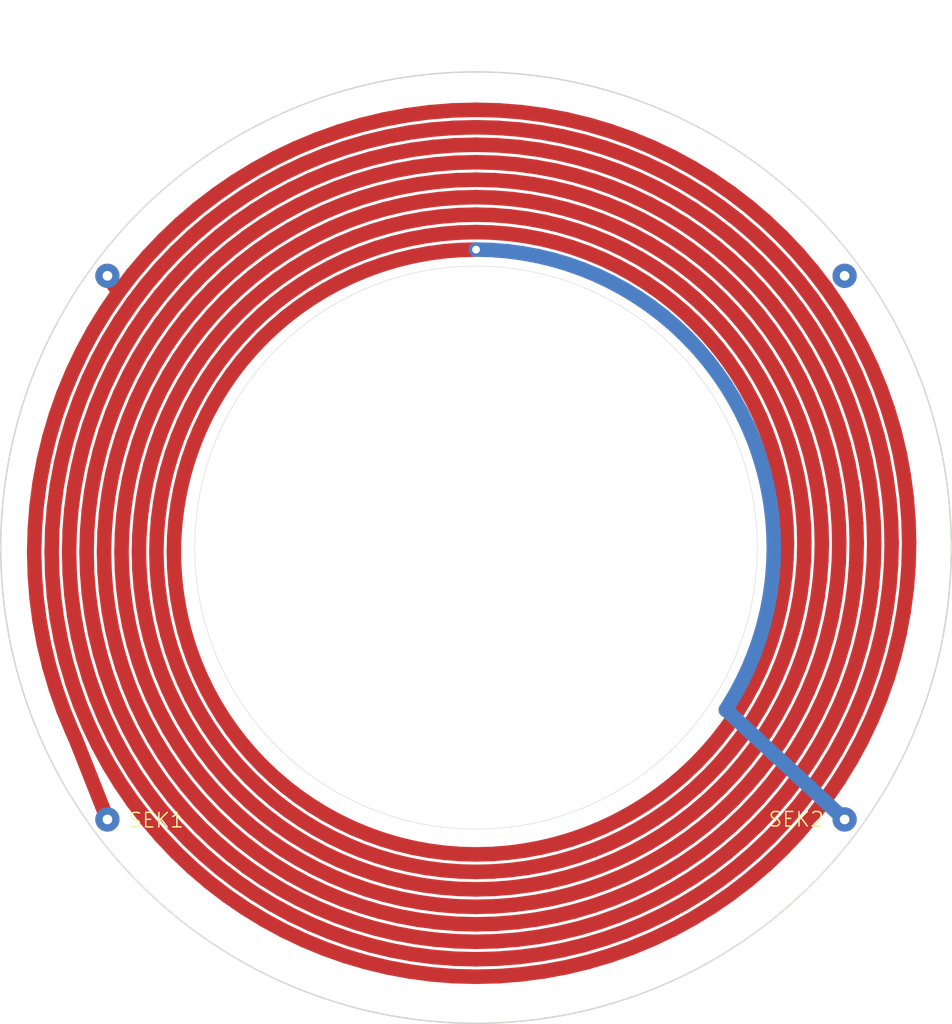
<source format=kicad_pcb>
(kicad_pcb (version 20171130) (host pcbnew "(5.1.9)-1")

  (general
    (thickness 1.6)
    (drawings 4)
    (tracks 1047)
    (zones 0)
    (modules 3)
    (nets 2)
  )

  (page A4)
  (layers
    (0 F.Cu signal)
    (31 B.Cu signal)
    (32 B.Adhes user)
    (33 F.Adhes user)
    (34 B.Paste user)
    (35 F.Paste user)
    (36 B.SilkS user)
    (37 F.SilkS user)
    (38 B.Mask user)
    (39 F.Mask user)
    (40 Dwgs.User user)
    (41 Cmts.User user)
    (42 Eco1.User user)
    (43 Eco2.User user)
    (44 Edge.Cuts user)
    (45 Margin user)
    (46 B.CrtYd user)
    (47 F.CrtYd user)
    (48 B.Fab user)
    (49 F.Fab user)
  )

  (setup
    (last_trace_width 0.25)
    (trace_clearance 0.2)
    (zone_clearance 0.508)
    (zone_45_only no)
    (trace_min 0.2)
    (via_size 0.8)
    (via_drill 0.4)
    (via_min_size 0.4)
    (via_min_drill 0.3)
    (uvia_size 0.3)
    (uvia_drill 0.1)
    (uvias_allowed no)
    (uvia_min_size 0.2)
    (uvia_min_drill 0.1)
    (edge_width 0.05)
    (segment_width 0.2)
    (pcb_text_width 0.3)
    (pcb_text_size 1.5 1.5)
    (mod_edge_width 0.12)
    (mod_text_size 1 1)
    (mod_text_width 0.15)
    (pad_size 2.5 2.5)
    (pad_drill 1)
    (pad_to_mask_clearance 0)
    (aux_axis_origin 0 0)
    (visible_elements 7FFFFFFF)
    (pcbplotparams
      (layerselection 0x010fc_ffffffff)
      (usegerberextensions false)
      (usegerberattributes true)
      (usegerberadvancedattributes true)
      (creategerberjobfile true)
      (excludeedgelayer true)
      (linewidth 0.100000)
      (plotframeref false)
      (viasonmask false)
      (mode 1)
      (useauxorigin false)
      (hpglpennumber 1)
      (hpglpenspeed 20)
      (hpglpendiameter 15.000000)
      (psnegative false)
      (psa4output false)
      (plotreference true)
      (plotvalue true)
      (plotinvisibletext false)
      (padsonsilk false)
      (subtractmaskfromsilk false)
      (outputformat 1)
      (mirror false)
      (drillshape 1)
      (scaleselection 1)
      (outputdirectory ""))
  )

  (net 0 "")
  (net 1 "Net-(L**1-Pad1)")

  (net_class Default "This is the default net class."
    (clearance 0.2)
    (trace_width 0.25)
    (via_dia 0.8)
    (via_drill 0.4)
    (uvia_dia 0.3)
    (uvia_drill 0.1)
    (add_net "Net-(L**1-Pad1)")
    (add_net "Net-(U2-Pad1)")
  )

  (module my_footprints:Pin_2mm (layer F.Cu) (tedit 628A22D2) (tstamp 628A22B6)
    (at 3.19 -52.64)
    (path /628A28E5)
    (fp_text reference " " (at 0 -1.651) (layer F.SilkS)
      (effects (font (size 1 1) (thickness 0.15)))
    )
    (fp_text value " " (at 0 -2.921) (layer F.Fab)
      (effects (font (size 1 1) (thickness 0.15)))
    )
    (pad 1 thru_hole circle (at 34.81 24.64) (size 2.5 2.5) (drill 1) (layers *.Cu *.Mask))
  )

  (module my_footprints:Pin_2mm (layer F.Cu) (tedit 628A22C6) (tstamp 628A22B1)
    (at 0.19 -52.64)
    (path /628A21F6)
    (fp_text reference " " (at 0 -1.651) (layer F.SilkS)
      (effects (font (size 1 1) (thickness 0.15)))
    )
    (fp_text value " " (at 0 -2.921) (layer F.Fab)
      (effects (font (size 1 1) (thickness 0.15)))
    )
    (pad 1 thru_hole circle (at -38.19 24.64) (size 2.5 2.5) (drill 1) (layers *.Cu *.Mask)
      (net 1 "Net-(L**1-Pad1)"))
  )

  (module my_footprints:Sek_Coil_2 locked (layer F.Cu) (tedit 627E8D9D) (tstamp 627EED2D)
    (at 0 28)
    (path /62821A0A)
    (fp_text reference " " (at 0 -1.778) (layer F.SilkS)
      (effects (font (size 1 1) (thickness 0.15)))
    )
    (fp_text value " " (at 0 -3.302001) (layer F.Fab)
      (effects (font (size 1 1) (thickness 0.15)))
    )
    (fp_circle (center -38 0) (end -36.48 0) (layer F.CrtYd) (width 0.12))
    (fp_circle (center 38 0) (end 39.52 0) (layer F.CrtYd) (width 0.12))
    (pad 2 thru_hole circle (at -38 0) (size 2.5 2.5) (drill 1) (layers *.Cu *.Mask)
      (net 1 "Net-(L**1-Pad1)"))
    (pad 1 thru_hole circle (at 38 0) (size 2.5 2.5) (drill 1) (layers *.Cu *.Mask)
      (net 1 "Net-(L**1-Pad1)"))
  )

  (gr_text SEK2 (at 33.01 27.99) (layer F.SilkS)
    (effects (font (size 1.5 1.5) (thickness 0.15)))
  )
  (gr_text SEK1 (at -32.98 28.08) (layer F.SilkS)
    (effects (font (size 1.5 1.5) (thickness 0.15)))
  )
  (gr_circle (center 0 0) (end 29 0) (layer Edge.Cuts) (width 0.05))
  (gr_circle (center 0 0) (end 49 0) (layer Edge.Cuts) (width 0.15))

  (segment (start 0 -30.7) (end 1.606714 -30.657927) (width 1.5) (layer B.Cu) (net 1))
  (segment (start 1.606714 -30.657927) (end 3.209024 -30.531822) (width 1.5) (layer B.Cu) (net 1))
  (segment (start 3.209024 -30.531822) (end 4.802538 -30.322032) (width 1.5) (layer B.Cu) (net 1))
  (segment (start 4.802538 -30.322032) (end 6.382889 -30.029131) (width 1.5) (layer B.Cu) (net 1))
  (segment (start 6.382889 -30.029131) (end 7.945745 -29.653923) (width 1.5) (layer B.Cu) (net 1))
  (segment (start 7.945745 -29.653923) (end 9.486822 -29.197435) (width 1.5) (layer B.Cu) (net 1))
  (segment (start 9.486822 -29.197435) (end 11.001896 -28.660919) (width 1.5) (layer B.Cu) (net 1))
  (segment (start 11.001896 -28.660919) (end 12.486815 -28.045846) (width 1.5) (layer B.Cu) (net 1))
  (segment (start 12.486815 -28.045846) (end 13.937508 -27.3539) (width 1.5) (layer B.Cu) (net 1))
  (segment (start 13.937508 -27.3539) (end 15.35 -26.58698) (width 1.5) (layer B.Cu) (net 1))
  (segment (start 15.35 -26.58698) (end 16.720418 -25.747186) (width 1.5) (layer B.Cu) (net 1))
  (segment (start 16.720418 -25.747186) (end 18.045007 -24.836822) (width 1.5) (layer B.Cu) (net 1))
  (segment (start 18.045007 -24.836822) (end 19.320136 -23.858381) (width 1.5) (layer B.Cu) (net 1))
  (segment (start 19.320136 -23.858381) (end 20.54231 -22.814546) (width 1.5) (layer B.Cu) (net 1))
  (segment (start 20.54231 -22.814546) (end 21.708178 -21.708178) (width 1.5) (layer B.Cu) (net 1))
  (segment (start 21.708178 -21.708178) (end 22.814546 -20.54231) (width 1.5) (layer B.Cu) (net 1))
  (segment (start 22.814546 -20.54231) (end 23.858381 -19.320136) (width 1.5) (layer B.Cu) (net 1))
  (segment (start 23.858381 -19.320136) (end 24.836822 -18.045007) (width 1.5) (layer B.Cu) (net 1))
  (segment (start 24.836822 -18.045007) (end 25.747186 -16.720418) (width 1.5) (layer B.Cu) (net 1))
  (segment (start 25.747186 -16.720418) (end 26.58698 -15.35) (width 1.5) (layer B.Cu) (net 1))
  (segment (start 26.58698 -15.35) (end 27.3539 -13.937508) (width 1.5) (layer B.Cu) (net 1))
  (segment (start 27.3539 -13.937508) (end 28.045846 -12.486815) (width 1.5) (layer B.Cu) (net 1))
  (segment (start 28.045846 -12.486815) (end 28.660919 -11.001896) (width 1.5) (layer B.Cu) (net 1))
  (segment (start 28.660919 -11.001896) (end 29.197435 -9.486822) (width 1.5) (layer B.Cu) (net 1))
  (segment (start 29.197435 -9.486822) (end 29.653923 -7.945745) (width 1.5) (layer B.Cu) (net 1))
  (segment (start 29.653923 -7.945745) (end 30.029131 -6.382889) (width 1.5) (layer B.Cu) (net 1))
  (segment (start 30.029131 -6.382889) (end 30.322032 -4.802538) (width 1.5) (layer B.Cu) (net 1))
  (segment (start 30.322032 -4.802538) (end 30.531822 -3.209024) (width 1.5) (layer B.Cu) (net 1))
  (segment (start 30.531822 -3.209024) (end 30.657927 -1.606714) (width 1.5) (layer B.Cu) (net 1))
  (segment (start 30.657927 -1.606714) (end 30.7 0) (width 1.5) (layer B.Cu) (net 1))
  (segment (start 30.7 0) (end 30.657927 1.606714) (width 1.5) (layer B.Cu) (net 1))
  (segment (start 30.657927 1.606714) (end 30.531822 3.209024) (width 1.5) (layer B.Cu) (net 1))
  (segment (start 30.531822 3.209024) (end 30.322032 4.802538) (width 1.5) (layer B.Cu) (net 1))
  (segment (start 30.322032 4.802538) (end 30.029131 6.382889) (width 1.5) (layer B.Cu) (net 1))
  (segment (start 30.029131 6.382889) (end 29.653923 7.945745) (width 1.5) (layer B.Cu) (net 1))
  (segment (start 29.653923 7.945745) (end 29.197435 9.486822) (width 1.5) (layer B.Cu) (net 1))
  (segment (start 29.197435 9.486822) (end 28.660919 11.001896) (width 1.5) (layer B.Cu) (net 1))
  (segment (start 28.660919 11.001896) (end 28.045846 12.486815) (width 1.5) (layer B.Cu) (net 1))
  (segment (start 28.045846 12.486815) (end 27.3539 13.937508) (width 1.5) (layer B.Cu) (net 1))
  (segment (start 27.3539 13.937508) (end 26.58698 15.35) (width 1.5) (layer B.Cu) (net 1))
  (segment (start 26.58698 15.35) (end 25.747186 16.720418) (width 1.5) (layer B.Cu) (net 1))
  (segment (start 0 31.6) (end -1.630265 31.55731) (width 1.5) (layer F.Cu) (net 1))
  (segment (start -1.630265 31.55731) (end -3.256062 31.429357) (width 1.5) (layer F.Cu) (net 1))
  (segment (start -3.256062 31.429357) (end -4.872934 31.216492) (width 1.5) (layer F.Cu) (net 1))
  (segment (start -4.872934 31.216492) (end -6.476449 30.919298) (width 1.5) (layer F.Cu) (net 1))
  (segment (start -6.476449 30.919298) (end -8.062213 30.538589) (width 1.5) (layer F.Cu) (net 1))
  (segment (start -8.062213 30.538589) (end -9.625879 30.07541) (width 1.5) (layer F.Cu) (net 1))
  (segment (start -9.625879 30.07541) (end -11.163162 29.53103) (width 1.5) (layer F.Cu) (net 1))
  (segment (start -11.163162 29.53103) (end -12.669846 28.906941) (width 1.5) (layer F.Cu) (net 1))
  (segment (start -12.669846 28.906941) (end -14.141804 28.204853) (width 1.5) (layer F.Cu) (net 1))
  (segment (start -14.141804 28.204853) (end -15.575 27.426691) (width 1.5) (layer F.Cu) (net 1))
  (segment (start -15.575 27.426691) (end -16.965506 26.574588) (width 1.5) (layer F.Cu) (net 1))
  (segment (start -16.965506 26.574588) (end -18.309511 25.650879) (width 1.5) (layer F.Cu) (net 1))
  (segment (start -18.309511 25.650879) (end -19.60333 24.658097) (width 1.5) (layer F.Cu) (net 1))
  (segment (start -19.60333 24.658097) (end -20.843418 23.598961) (width 1.5) (layer F.Cu) (net 1))
  (segment (start -20.843418 23.598961) (end -22.026376 22.476376) (width 1.5) (layer F.Cu) (net 1))
  (segment (start -22.026376 22.476376) (end -23.148961 21.293418) (width 1.5) (layer F.Cu) (net 1))
  (segment (start -23.148961 21.293418) (end -24.208097 20.05333) (width 1.5) (layer F.Cu) (net 1))
  (segment (start -24.208097 20.05333) (end -25.200879 18.759511) (width 1.5) (layer F.Cu) (net 1))
  (segment (start -25.200879 18.759511) (end -26.124588 17.415506) (width 1.5) (layer F.Cu) (net 1))
  (segment (start -26.124588 17.415506) (end -26.976691 16.025) (width 1.5) (layer F.Cu) (net 1))
  (segment (start -26.976691 16.025) (end -27.754853 14.591804) (width 1.5) (layer F.Cu) (net 1))
  (segment (start -27.754853 14.591804) (end -28.456941 13.119846) (width 1.5) (layer F.Cu) (net 1))
  (segment (start -28.456941 13.119846) (end -29.08103 11.613162) (width 1.5) (layer F.Cu) (net 1))
  (segment (start -29.08103 11.613162) (end -29.62541 10.075879) (width 1.5) (layer F.Cu) (net 1))
  (segment (start -29.62541 10.075879) (end -30.088589 8.512213) (width 1.5) (layer F.Cu) (net 1))
  (segment (start -30.088589 8.512213) (end -30.469298 6.926449) (width 1.5) (layer F.Cu) (net 1))
  (segment (start -30.469298 6.926449) (end -30.766492 5.322934) (width 1.5) (layer F.Cu) (net 1))
  (segment (start -30.766492 5.322934) (end -30.979357 3.706062) (width 1.5) (layer F.Cu) (net 1))
  (segment (start -30.979357 3.706062) (end -31.10731 2.080265) (width 1.5) (layer F.Cu) (net 1))
  (segment (start -31.10731 2.080265) (end -31.15 0.45) (width 1.5) (layer F.Cu) (net 1))
  (segment (start -31.15 0.45) (end -31.10731 -1.180265) (width 1.5) (layer F.Cu) (net 1))
  (segment (start -31.10731 -1.180265) (end -30.979357 -2.806062) (width 1.5) (layer F.Cu) (net 1))
  (segment (start -30.979357 -2.806062) (end -30.766492 -4.422934) (width 1.5) (layer F.Cu) (net 1))
  (segment (start -30.766492 -4.422934) (end -30.469298 -6.026449) (width 1.5) (layer F.Cu) (net 1))
  (segment (start -30.469298 -6.026449) (end -30.088589 -7.612213) (width 1.5) (layer F.Cu) (net 1))
  (segment (start -30.088589 -7.612213) (end -29.62541 -9.175879) (width 1.5) (layer F.Cu) (net 1))
  (segment (start -29.62541 -9.175879) (end -29.08103 -10.713162) (width 1.5) (layer F.Cu) (net 1))
  (segment (start -29.08103 -10.713162) (end -28.456941 -12.219846) (width 1.5) (layer F.Cu) (net 1))
  (segment (start -28.456941 -12.219846) (end -27.754853 -13.691804) (width 1.5) (layer F.Cu) (net 1))
  (segment (start -27.754853 -13.691804) (end -26.976691 -15.125) (width 1.5) (layer F.Cu) (net 1))
  (segment (start -26.976691 -15.125) (end -26.124588 -16.515506) (width 1.5) (layer F.Cu) (net 1))
  (segment (start -26.124588 -16.515506) (end -25.200879 -17.859511) (width 1.5) (layer F.Cu) (net 1))
  (segment (start -25.200879 -17.859511) (end -24.208097 -19.15333) (width 1.5) (layer F.Cu) (net 1))
  (segment (start -24.208097 -19.15333) (end -23.148961 -20.393418) (width 1.5) (layer F.Cu) (net 1))
  (segment (start -23.148961 -20.393418) (end -22.026376 -21.576376) (width 1.5) (layer F.Cu) (net 1))
  (segment (start -22.026376 -21.576376) (end -20.843418 -22.698961) (width 1.5) (layer F.Cu) (net 1))
  (segment (start -20.843418 -22.698961) (end -19.60333 -23.758097) (width 1.5) (layer F.Cu) (net 1))
  (segment (start -19.60333 -23.758097) (end -18.309511 -24.750879) (width 1.5) (layer F.Cu) (net 1))
  (segment (start -18.309511 -24.750879) (end -16.965506 -25.674588) (width 1.5) (layer F.Cu) (net 1))
  (segment (start -16.965506 -25.674588) (end -15.575 -26.526691) (width 1.5) (layer F.Cu) (net 1))
  (segment (start -15.575 -26.526691) (end -14.141804 -27.304853) (width 1.5) (layer F.Cu) (net 1))
  (segment (start -14.141804 -27.304853) (end -12.669846 -28.006941) (width 1.5) (layer F.Cu) (net 1))
  (segment (start -12.669846 -28.006941) (end -11.163162 -28.63103) (width 1.5) (layer F.Cu) (net 1))
  (segment (start -11.163162 -28.63103) (end -9.625879 -29.17541) (width 1.5) (layer F.Cu) (net 1))
  (segment (start -9.625879 -29.17541) (end -8.062213 -29.638589) (width 1.5) (layer F.Cu) (net 1))
  (segment (start -8.062213 -29.638589) (end -6.476449 -30.019298) (width 1.5) (layer F.Cu) (net 1))
  (segment (start -6.476449 -30.019298) (end -4.872934 -30.316492) (width 1.5) (layer F.Cu) (net 1))
  (segment (start -4.872934 -30.316492) (end -3.256062 -30.529357) (width 1.5) (layer F.Cu) (net 1))
  (segment (start -3.256062 -30.529357) (end -1.630265 -30.65731) (width 1.5) (layer F.Cu) (net 1))
  (segment (start -1.630265 -30.65731) (end 0 -30.7) (width 1.5) (layer F.Cu) (net 1))
  (segment (start 0 -39.7) (end 2.054186 -39.646209) (width 1.5) (layer F.Cu) (net 1))
  (segment (start 2.054186 -39.646209) (end 4.102742 -39.484984) (width 1.5) (layer F.Cu) (net 1))
  (segment (start 4.102742 -39.484984) (end 6.140053 -39.216767) (width 1.5) (layer F.Cu) (net 1))
  (segment (start 6.140053 -39.216767) (end 8.160534 -38.842293) (width 1.5) (layer F.Cu) (net 1))
  (segment (start 8.160534 -38.842293) (end 10.158648 -38.362589) (width 1.5) (layer F.Cu) (net 1))
  (segment (start 10.158648 -38.362589) (end 12.128917 -37.778968) (width 1.5) (layer F.Cu) (net 1))
  (segment (start 12.128917 -37.778968) (end 14.065942 -37.093032) (width 1.5) (layer F.Cu) (net 1))
  (segment (start 14.065942 -37.093032) (end 15.964413 -36.306659) (width 1.5) (layer F.Cu) (net 1))
  (segment (start 15.964413 -36.306659) (end 17.819127 -35.422006) (width 1.5) (layer F.Cu) (net 1))
  (segment (start 17.819127 -35.422006) (end 19.625 -34.441497) (width 1.5) (layer F.Cu) (net 1))
  (segment (start 19.625 -34.441497) (end 21.377082 -33.36782) (width 1.5) (layer F.Cu) (net 1))
  (segment (start 21.377082 -33.36782) (end 23.070571 -32.203917) (width 1.5) (layer F.Cu) (net 1))
  (segment (start 23.070571 -32.203917) (end 24.700825 -30.952979) (width 1.5) (layer F.Cu) (net 1))
  (segment (start 24.700825 -30.952979) (end 26.263376 -29.618434) (width 1.5) (layer F.Cu) (net 1))
  (segment (start 26.263376 -29.618434) (end 27.753941 -28.203941) (width 1.5) (layer F.Cu) (net 1))
  (segment (start 27.753941 -28.203941) (end 29.168434 -26.713376) (width 1.5) (layer F.Cu) (net 1))
  (segment (start 29.168434 -26.713376) (end 30.502979 -25.150825) (width 1.5) (layer F.Cu) (net 1))
  (segment (start 30.502979 -25.150825) (end 31.753917 -23.520571) (width 1.5) (layer F.Cu) (net 1))
  (segment (start 31.753917 -23.520571) (end 32.91782 -21.827082) (width 1.5) (layer F.Cu) (net 1))
  (segment (start 32.91782 -21.827082) (end 33.991497 -20.075) (width 1.5) (layer F.Cu) (net 1))
  (segment (start 33.991497 -20.075) (end 34.972006 -18.269127) (width 1.5) (layer F.Cu) (net 1))
  (segment (start 34.972006 -18.269127) (end 35.856659 -16.414413) (width 1.5) (layer F.Cu) (net 1))
  (segment (start 35.856659 -16.414413) (end 36.643032 -14.515942) (width 1.5) (layer F.Cu) (net 1))
  (segment (start 36.643032 -14.515942) (end 37.328968 -12.578917) (width 1.5) (layer F.Cu) (net 1))
  (segment (start 37.328968 -12.578917) (end 37.912589 -10.608648) (width 1.5) (layer F.Cu) (net 1))
  (segment (start 37.912589 -10.608648) (end 38.392293 -8.610534) (width 1.5) (layer F.Cu) (net 1))
  (segment (start 38.392293 -8.610534) (end 38.766767 -6.590053) (width 1.5) (layer F.Cu) (net 1))
  (segment (start 38.766767 -6.590053) (end 39.034984 -4.552742) (width 1.5) (layer F.Cu) (net 1))
  (segment (start 39.034984 -4.552742) (end 39.196209 -2.504186) (width 1.5) (layer F.Cu) (net 1))
  (segment (start 39.196209 -2.504186) (end 39.25 -0.45) (width 1.5) (layer F.Cu) (net 1))
  (segment (start 39.25 -0.45) (end 39.196209 1.604186) (width 1.5) (layer F.Cu) (net 1))
  (segment (start 39.196209 1.604186) (end 39.034984 3.652742) (width 1.5) (layer F.Cu) (net 1))
  (segment (start 39.034984 3.652742) (end 38.766767 5.690053) (width 1.5) (layer F.Cu) (net 1))
  (segment (start 38.766767 5.690053) (end 38.392293 7.710534) (width 1.5) (layer F.Cu) (net 1))
  (segment (start 38.392293 7.710534) (end 37.912589 9.708648) (width 1.5) (layer F.Cu) (net 1))
  (segment (start 37.912589 9.708648) (end 37.328968 11.678917) (width 1.5) (layer F.Cu) (net 1))
  (segment (start 37.328968 11.678917) (end 36.643032 13.615942) (width 1.5) (layer F.Cu) (net 1))
  (segment (start 36.643032 13.615942) (end 35.856659 15.514413) (width 1.5) (layer F.Cu) (net 1))
  (segment (start 35.856659 15.514413) (end 34.972006 17.369127) (width 1.5) (layer F.Cu) (net 1))
  (segment (start 34.972006 17.369127) (end 33.991497 19.175) (width 1.5) (layer F.Cu) (net 1))
  (segment (start 33.991497 19.175) (end 32.91782 20.927082) (width 1.5) (layer F.Cu) (net 1))
  (segment (start 32.91782 20.927082) (end 31.753917 22.620571) (width 1.5) (layer F.Cu) (net 1))
  (segment (start 31.753917 22.620571) (end 30.502979 24.250825) (width 1.5) (layer F.Cu) (net 1))
  (segment (start 30.502979 24.250825) (end 29.168434 25.813376) (width 1.5) (layer F.Cu) (net 1))
  (segment (start 29.168434 25.813376) (end 27.753941 27.303941) (width 1.5) (layer F.Cu) (net 1))
  (segment (start 27.753941 27.303941) (end 26.263376 28.718434) (width 1.5) (layer F.Cu) (net 1))
  (segment (start 26.263376 28.718434) (end 24.700825 30.052979) (width 1.5) (layer F.Cu) (net 1))
  (segment (start 24.700825 30.052979) (end 23.070571 31.303917) (width 1.5) (layer F.Cu) (net 1))
  (segment (start 23.070571 31.303917) (end 21.377082 32.46782) (width 1.5) (layer F.Cu) (net 1))
  (segment (start 21.377082 32.46782) (end 19.625 33.541497) (width 1.5) (layer F.Cu) (net 1))
  (segment (start 19.625 33.541497) (end 17.819127 34.522006) (width 1.5) (layer F.Cu) (net 1))
  (segment (start 17.819127 34.522006) (end 15.964413 35.406659) (width 1.5) (layer F.Cu) (net 1))
  (segment (start 15.964413 35.406659) (end 14.065942 36.193032) (width 1.5) (layer F.Cu) (net 1))
  (segment (start 14.065942 36.193032) (end 12.128917 36.878968) (width 1.5) (layer F.Cu) (net 1))
  (segment (start 12.128917 36.878968) (end 10.158648 37.462589) (width 1.5) (layer F.Cu) (net 1))
  (segment (start 10.158648 37.462589) (end 8.160534 37.942293) (width 1.5) (layer F.Cu) (net 1))
  (segment (start 8.160534 37.942293) (end 6.140053 38.316767) (width 1.5) (layer F.Cu) (net 1))
  (segment (start 6.140053 38.316767) (end 4.102742 38.584984) (width 1.5) (layer F.Cu) (net 1))
  (segment (start 4.102742 38.584984) (end 2.054186 38.746209) (width 1.5) (layer F.Cu) (net 1))
  (segment (start 2.054186 38.746209) (end 0 38.8) (width 1.5) (layer F.Cu) (net 1))
  (segment (start 0 38.8) (end -2.007084 38.747443) (width 1.5) (layer F.Cu) (net 1))
  (segment (start -2.007084 38.747443) (end -4.008667 38.589915) (width 1.5) (layer F.Cu) (net 1))
  (segment (start -4.008667 38.589915) (end -5.999262 38.327848) (width 1.5) (layer F.Cu) (net 1))
  (segment (start -5.999262 38.327848) (end -7.973413 37.96196) (width 1.5) (layer F.Cu) (net 1))
  (segment (start -7.973413 37.96196) (end -9.92571 37.493255) (width 1.5) (layer F.Cu) (net 1))
  (segment (start -9.92571 37.493255) (end -11.850802 36.923017) (width 1.5) (layer F.Cu) (net 1))
  (segment (start -11.850802 36.923017) (end -13.743411 36.252809) (width 1.5) (layer F.Cu) (net 1))
  (segment (start -13.743411 36.252809) (end -15.59835 35.484468) (width 1.5) (layer F.Cu) (net 1))
  (segment (start -15.59835 35.484468) (end -17.410536 34.6201) (width 1.5) (layer F.Cu) (net 1))
  (segment (start -17.410536 34.6201) (end -19.175 33.662074) (width 1.5) (layer F.Cu) (net 1))
  (segment (start -19.175 33.662074) (end -20.886907 32.613016) (width 1.5) (layer F.Cu) (net 1))
  (segment (start -20.886907 32.613016) (end -22.541564 31.475802) (width 1.5) (layer F.Cu) (net 1))
  (segment (start -22.541564 31.475802) (end -24.134437 30.253548) (width 1.5) (layer F.Cu) (net 1))
  (segment (start -24.134437 30.253548) (end -25.661159 28.949604) (width 1.5) (layer F.Cu) (net 1))
  (segment (start -25.661159 28.949604) (end -27.117545 27.567545) (width 1.5) (layer F.Cu) (net 1))
  (segment (start -27.117545 27.567545) (end -28.499604 26.111159) (width 1.5) (layer F.Cu) (net 1))
  (segment (start -28.499604 26.111159) (end -29.803548 24.584437) (width 1.5) (layer F.Cu) (net 1))
  (segment (start -29.803548 24.584437) (end -31.025802 22.991564) (width 1.5) (layer F.Cu) (net 1))
  (segment (start -31.025802 22.991564) (end -32.163016 21.336907) (width 1.5) (layer F.Cu) (net 1))
  (segment (start -32.163016 21.336907) (end -33.212074 19.625) (width 1.5) (layer F.Cu) (net 1))
  (segment (start -33.212074 19.625) (end -34.1701 17.860536) (width 1.5) (layer F.Cu) (net 1))
  (segment (start -34.1701 17.860536) (end -35.034468 16.04835) (width 1.5) (layer F.Cu) (net 1))
  (segment (start -35.034468 16.04835) (end -35.802809 14.193411) (width 1.5) (layer F.Cu) (net 1))
  (segment (start -35.802809 14.193411) (end -36.473017 12.300802) (width 1.5) (layer F.Cu) (net 1))
  (segment (start -36.473017 12.300802) (end -37.043255 10.37571) (width 1.5) (layer F.Cu) (net 1))
  (segment (start -37.043255 10.37571) (end -37.51196 8.423413) (width 1.5) (layer F.Cu) (net 1))
  (segment (start -37.51196 8.423413) (end -37.877848 6.449262) (width 1.5) (layer F.Cu) (net 1))
  (segment (start -37.877848 6.449262) (end -38.139915 4.458667) (width 1.5) (layer F.Cu) (net 1))
  (segment (start -38.139915 4.458667) (end -38.297443 2.457084) (width 1.5) (layer F.Cu) (net 1))
  (segment (start -38.297443 2.457084) (end -38.35 0.45) (width 1.5) (layer F.Cu) (net 1))
  (segment (start -38.35 0.45) (end -38.297443 -1.557084) (width 1.5) (layer F.Cu) (net 1))
  (segment (start -38.297443 -1.557084) (end -38.139915 -3.558667) (width 1.5) (layer F.Cu) (net 1))
  (segment (start -38.139915 -3.558667) (end -37.877848 -5.549262) (width 1.5) (layer F.Cu) (net 1))
  (segment (start -37.877848 -5.549262) (end -37.51196 -7.523413) (width 1.5) (layer F.Cu) (net 1))
  (segment (start -37.51196 -7.523413) (end -37.043255 -9.47571) (width 1.5) (layer F.Cu) (net 1))
  (segment (start -37.043255 -9.47571) (end -36.473017 -11.400802) (width 1.5) (layer F.Cu) (net 1))
  (segment (start -36.473017 -11.400802) (end -35.802809 -13.293411) (width 1.5) (layer F.Cu) (net 1))
  (segment (start -35.802809 -13.293411) (end -35.034468 -15.14835) (width 1.5) (layer F.Cu) (net 1))
  (segment (start -35.034468 -15.14835) (end -34.1701 -16.960536) (width 1.5) (layer F.Cu) (net 1))
  (segment (start -34.1701 -16.960536) (end -33.212074 -18.725) (width 1.5) (layer F.Cu) (net 1))
  (segment (start -33.212074 -18.725) (end -32.163016 -20.436907) (width 1.5) (layer F.Cu) (net 1))
  (segment (start -32.163016 -20.436907) (end -31.025802 -22.091564) (width 1.5) (layer F.Cu) (net 1))
  (segment (start -31.025802 -22.091564) (end -29.803548 -23.684437) (width 1.5) (layer F.Cu) (net 1))
  (segment (start -29.803548 -23.684437) (end -28.499604 -25.211159) (width 1.5) (layer F.Cu) (net 1))
  (segment (start -28.499604 -25.211159) (end -27.117545 -26.667545) (width 1.5) (layer F.Cu) (net 1))
  (segment (start -27.117545 -26.667545) (end -25.661159 -28.049604) (width 1.5) (layer F.Cu) (net 1))
  (segment (start -25.661159 -28.049604) (end -24.134437 -29.353548) (width 1.5) (layer F.Cu) (net 1))
  (segment (start -24.134437 -29.353548) (end -22.541564 -30.575802) (width 1.5) (layer F.Cu) (net 1))
  (segment (start -22.541564 -30.575802) (end -20.886907 -31.713016) (width 1.5) (layer F.Cu) (net 1))
  (segment (start -20.886907 -31.713016) (end -19.175 -32.762074) (width 1.5) (layer F.Cu) (net 1))
  (segment (start -19.175 -32.762074) (end -17.410536 -33.7201) (width 1.5) (layer F.Cu) (net 1))
  (segment (start -17.410536 -33.7201) (end -15.59835 -34.584468) (width 1.5) (layer F.Cu) (net 1))
  (segment (start -15.59835 -34.584468) (end -13.743411 -35.352809) (width 1.5) (layer F.Cu) (net 1))
  (segment (start -13.743411 -35.352809) (end -11.850802 -36.023017) (width 1.5) (layer F.Cu) (net 1))
  (segment (start -11.850802 -36.023017) (end -9.92571 -36.593255) (width 1.5) (layer F.Cu) (net 1))
  (segment (start -9.92571 -36.593255) (end -7.973413 -37.06196) (width 1.5) (layer F.Cu) (net 1))
  (segment (start -7.973413 -37.06196) (end -5.999262 -37.427848) (width 1.5) (layer F.Cu) (net 1))
  (segment (start -5.999262 -37.427848) (end -4.008667 -37.689915) (width 1.5) (layer F.Cu) (net 1))
  (segment (start -4.008667 -37.689915) (end -2.007084 -37.847443) (width 1.5) (layer F.Cu) (net 1))
  (segment (start -2.007084 -37.847443) (end 0 -37.9) (width 1.5) (layer F.Cu) (net 1))
  (segment (start 0 -37.9) (end 1.959982 -37.848676) (width 1.5) (layer F.Cu) (net 1))
  (segment (start 1.959982 -37.848676) (end 3.914591 -37.694845) (width 1.5) (layer F.Cu) (net 1))
  (segment (start 3.914591 -37.694845) (end 5.858471 -37.438928) (width 1.5) (layer F.Cu) (net 1))
  (segment (start 5.858471 -37.438928) (end 7.786293 -37.081628) (width 1.5) (layer F.Cu) (net 1))
  (segment (start 7.786293 -37.081628) (end 9.692773 -36.623922) (width 1.5) (layer F.Cu) (net 1))
  (segment (start 9.692773 -36.623922) (end 11.572686 -36.067067) (width 1.5) (layer F.Cu) (net 1))
  (segment (start 11.572686 -36.067067) (end 13.42088 -35.412587) (width 1.5) (layer F.Cu) (net 1))
  (segment (start 13.42088 -35.412587) (end 15.232287 -34.662277) (width 1.5) (layer F.Cu) (net 1))
  (segment (start 15.232287 -34.662277) (end 17.001944 -33.818194) (width 1.5) (layer F.Cu) (net 1))
  (segment (start 17.001944 -33.818194) (end 18.725 -32.882651) (width 1.5) (layer F.Cu) (net 1))
  (segment (start 18.725 -32.882651) (end 20.396732 -31.858213) (width 1.5) (layer F.Cu) (net 1))
  (segment (start 20.396732 -31.858213) (end 22.012558 -30.747686) (width 1.5) (layer F.Cu) (net 1))
  (segment (start 22.012558 -30.747686) (end 23.568049 -29.554116) (width 1.5) (layer F.Cu) (net 1))
  (segment (start 23.568049 -29.554116) (end 25.058941 -28.280774) (width 1.5) (layer F.Cu) (net 1))
  (segment (start 25.058941 -28.280774) (end 26.481149 -26.931149) (width 1.5) (layer F.Cu) (net 1))
  (segment (start 26.481149 -26.931149) (end 27.830774 -25.508941) (width 1.5) (layer F.Cu) (net 1))
  (segment (start 27.830774 -25.508941) (end 29.104116 -24.018049) (width 1.5) (layer F.Cu) (net 1))
  (segment (start 29.104116 -24.018049) (end 30.297686 -22.462558) (width 1.5) (layer F.Cu) (net 1))
  (segment (start 30.297686 -22.462558) (end 31.408213 -20.846732) (width 1.5) (layer F.Cu) (net 1))
  (segment (start 31.408213 -20.846732) (end 32.432651 -19.175) (width 1.5) (layer F.Cu) (net 1))
  (segment (start 32.432651 -19.175) (end 33.368194 -17.451944) (width 1.5) (layer F.Cu) (net 1))
  (segment (start 33.368194 -17.451944) (end 34.212277 -15.682287) (width 1.5) (layer F.Cu) (net 1))
  (segment (start 34.212277 -15.682287) (end 34.962587 -13.87088) (width 1.5) (layer F.Cu) (net 1))
  (segment (start 34.962587 -13.87088) (end 35.617067 -12.022686) (width 1.5) (layer F.Cu) (net 1))
  (segment (start 35.617067 -12.022686) (end 36.173922 -10.142773) (width 1.5) (layer F.Cu) (net 1))
  (segment (start 36.173922 -10.142773) (end 36.631628 -8.236293) (width 1.5) (layer F.Cu) (net 1))
  (segment (start 36.631628 -8.236293) (end 36.988928 -6.308471) (width 1.5) (layer F.Cu) (net 1))
  (segment (start 36.988928 -6.308471) (end 37.244845 -4.364591) (width 1.5) (layer F.Cu) (net 1))
  (segment (start 37.244845 -4.364591) (end 37.398676 -2.409982) (width 1.5) (layer F.Cu) (net 1))
  (segment (start 37.398676 -2.409982) (end 37.45 -0.45) (width 1.5) (layer F.Cu) (net 1))
  (segment (start 37.45 -0.45) (end 37.398676 1.509982) (width 1.5) (layer F.Cu) (net 1))
  (segment (start 37.398676 1.509982) (end 37.244845 3.464591) (width 1.5) (layer F.Cu) (net 1))
  (segment (start 37.244845 3.464591) (end 36.988928 5.408471) (width 1.5) (layer F.Cu) (net 1))
  (segment (start 36.988928 5.408471) (end 36.631628 7.336293) (width 1.5) (layer F.Cu) (net 1))
  (segment (start 36.631628 7.336293) (end 36.173922 9.242773) (width 1.5) (layer F.Cu) (net 1))
  (segment (start 36.173922 9.242773) (end 35.617067 11.122686) (width 1.5) (layer F.Cu) (net 1))
  (segment (start 35.617067 11.122686) (end 34.962587 12.97088) (width 1.5) (layer F.Cu) (net 1))
  (segment (start 34.962587 12.97088) (end 34.212277 14.782287) (width 1.5) (layer F.Cu) (net 1))
  (segment (start 34.212277 14.782287) (end 33.368194 16.551944) (width 1.5) (layer F.Cu) (net 1))
  (segment (start 33.368194 16.551944) (end 32.432651 18.275) (width 1.5) (layer F.Cu) (net 1))
  (segment (start 32.432651 18.275) (end 31.408213 19.946732) (width 1.5) (layer F.Cu) (net 1))
  (segment (start 31.408213 19.946732) (end 30.297686 21.562558) (width 1.5) (layer F.Cu) (net 1))
  (segment (start 30.297686 21.562558) (end 29.104116 23.118049) (width 1.5) (layer F.Cu) (net 1))
  (segment (start 29.104116 23.118049) (end 27.830774 24.608941) (width 1.5) (layer F.Cu) (net 1))
  (segment (start 27.830774 24.608941) (end 26.481149 26.031149) (width 1.5) (layer F.Cu) (net 1))
  (segment (start 26.481149 26.031149) (end 25.058941 27.380774) (width 1.5) (layer F.Cu) (net 1))
  (segment (start 25.058941 27.380774) (end 23.568049 28.654116) (width 1.5) (layer F.Cu) (net 1))
  (segment (start 23.568049 28.654116) (end 22.012558 29.847686) (width 1.5) (layer F.Cu) (net 1))
  (segment (start 22.012558 29.847686) (end 20.396732 30.958213) (width 1.5) (layer F.Cu) (net 1))
  (segment (start 20.396732 30.958213) (end 18.725 31.982651) (width 1.5) (layer F.Cu) (net 1))
  (segment (start 18.725 31.982651) (end 17.001944 32.918194) (width 1.5) (layer F.Cu) (net 1))
  (segment (start 17.001944 32.918194) (end 15.232287 33.762277) (width 1.5) (layer F.Cu) (net 1))
  (segment (start 15.232287 33.762277) (end 13.42088 34.512587) (width 1.5) (layer F.Cu) (net 1))
  (segment (start 13.42088 34.512587) (end 11.572686 35.167067) (width 1.5) (layer F.Cu) (net 1))
  (segment (start 11.572686 35.167067) (end 9.692773 35.723922) (width 1.5) (layer F.Cu) (net 1))
  (segment (start 9.692773 35.723922) (end 7.786293 36.181628) (width 1.5) (layer F.Cu) (net 1))
  (segment (start 7.786293 36.181628) (end 5.858471 36.538928) (width 1.5) (layer F.Cu) (net 1))
  (segment (start 5.858471 36.538928) (end 3.914591 36.794845) (width 1.5) (layer F.Cu) (net 1))
  (segment (start 3.914591 36.794845) (end 1.959982 36.948676) (width 1.5) (layer F.Cu) (net 1))
  (segment (start 1.959982 36.948676) (end 0 37) (width 1.5) (layer F.Cu) (net 1))
  (segment (start 0 37) (end -1.912879 36.949909) (width 1.5) (layer F.Cu) (net 1))
  (segment (start -1.912879 36.949909) (end -3.820515 36.799775) (width 1.5) (layer F.Cu) (net 1))
  (segment (start -3.820515 36.799775) (end -5.71768 36.550009) (width 1.5) (layer F.Cu) (net 1))
  (segment (start -5.71768 36.550009) (end -7.599172 36.201295) (width 1.5) (layer F.Cu) (net 1))
  (segment (start -7.599172 36.201295) (end -9.459836 35.754589) (width 1.5) (layer F.Cu) (net 1))
  (segment (start -9.459836 35.754589) (end -11.294571 35.211116) (width 1.5) (layer F.Cu) (net 1))
  (segment (start -11.294571 35.211116) (end -13.098349 34.572365) (width 1.5) (layer F.Cu) (net 1))
  (segment (start -13.098349 34.572365) (end -14.866224 33.840086) (width 1.5) (layer F.Cu) (net 1))
  (segment (start -14.866224 33.840086) (end -16.593353 33.016288) (width 1.5) (layer F.Cu) (net 1))
  (segment (start -16.593353 33.016288) (end -18.275 32.103229) (width 1.5) (layer F.Cu) (net 1))
  (segment (start -18.275 32.103229) (end -19.906557 31.103409) (width 1.5) (layer F.Cu) (net 1))
  (segment (start -19.906557 31.103409) (end -21.483551 30.019571) (width 1.5) (layer F.Cu) (net 1))
  (segment (start -21.483551 30.019571) (end -23.00166 28.854685) (width 1.5) (layer F.Cu) (net 1))
  (segment (start -23.00166 28.854685) (end -24.456724 27.611943) (width 1.5) (layer F.Cu) (net 1))
  (segment (start -24.456724 27.611943) (end -25.844753 26.294753) (width 1.5) (layer F.Cu) (net 1))
  (segment (start -25.844753 26.294753) (end -27.161943 24.906724) (width 1.5) (layer F.Cu) (net 1))
  (segment (start -27.161943 24.906724) (end -28.404685 23.45166) (width 1.5) (layer F.Cu) (net 1))
  (segment (start -28.404685 23.45166) (end -29.569571 21.933551) (width 1.5) (layer F.Cu) (net 1))
  (segment (start -29.569571 21.933551) (end -30.653409 20.356557) (width 1.5) (layer F.Cu) (net 1))
  (segment (start -30.653409 20.356557) (end -31.653229 18.725) (width 1.5) (layer F.Cu) (net 1))
  (segment (start -31.653229 18.725) (end -32.566288 17.043353) (width 1.5) (layer F.Cu) (net 1))
  (segment (start -32.566288 17.043353) (end -33.390086 15.316224) (width 1.5) (layer F.Cu) (net 1))
  (segment (start -33.390086 15.316224) (end -34.122365 13.548349) (width 1.5) (layer F.Cu) (net 1))
  (segment (start -34.122365 13.548349) (end -34.761116 11.744571) (width 1.5) (layer F.Cu) (net 1))
  (segment (start -34.761116 11.744571) (end -35.304589 9.909836) (width 1.5) (layer F.Cu) (net 1))
  (segment (start -35.304589 9.909836) (end -35.751295 8.049172) (width 1.5) (layer F.Cu) (net 1))
  (segment (start -35.751295 8.049172) (end -36.100009 6.16768) (width 1.5) (layer F.Cu) (net 1))
  (segment (start -36.100009 6.16768) (end -36.349775 4.270515) (width 1.5) (layer F.Cu) (net 1))
  (segment (start -36.349775 4.270515) (end -36.499909 2.362879) (width 1.5) (layer F.Cu) (net 1))
  (segment (start -36.499909 2.362879) (end -36.55 0.45) (width 1.5) (layer F.Cu) (net 1))
  (segment (start -36.55 0.45) (end -36.499909 -1.462879) (width 1.5) (layer F.Cu) (net 1))
  (segment (start -36.499909 -1.462879) (end -36.349775 -3.370515) (width 1.5) (layer F.Cu) (net 1))
  (segment (start -36.349775 -3.370515) (end -36.100009 -5.26768) (width 1.5) (layer F.Cu) (net 1))
  (segment (start -36.100009 -5.26768) (end -35.751295 -7.149172) (width 1.5) (layer F.Cu) (net 1))
  (segment (start -35.751295 -7.149172) (end -35.304589 -9.009836) (width 1.5) (layer F.Cu) (net 1))
  (segment (start -35.304589 -9.009836) (end -34.761116 -10.844571) (width 1.5) (layer F.Cu) (net 1))
  (segment (start -34.761116 -10.844571) (end -34.122365 -12.648349) (width 1.5) (layer F.Cu) (net 1))
  (segment (start -34.122365 -12.648349) (end -33.390086 -14.416224) (width 1.5) (layer F.Cu) (net 1))
  (segment (start -33.390086 -14.416224) (end -32.566288 -16.143353) (width 1.5) (layer F.Cu) (net 1))
  (segment (start -32.566288 -16.143353) (end -31.653229 -17.825) (width 1.5) (layer F.Cu) (net 1))
  (segment (start -31.653229 -17.825) (end -30.653409 -19.456557) (width 1.5) (layer F.Cu) (net 1))
  (segment (start -30.653409 -19.456557) (end -29.569571 -21.033551) (width 1.5) (layer F.Cu) (net 1))
  (segment (start -29.569571 -21.033551) (end -28.404685 -22.55166) (width 1.5) (layer F.Cu) (net 1))
  (segment (start -28.404685 -22.55166) (end -27.161943 -24.006724) (width 1.5) (layer F.Cu) (net 1))
  (segment (start -27.161943 -24.006724) (end -25.844753 -25.394753) (width 1.5) (layer F.Cu) (net 1))
  (segment (start -25.844753 -25.394753) (end -24.456724 -26.711943) (width 1.5) (layer F.Cu) (net 1))
  (segment (start -24.456724 -26.711943) (end -23.00166 -27.954685) (width 1.5) (layer F.Cu) (net 1))
  (segment (start -23.00166 -27.954685) (end -21.483551 -29.119571) (width 1.5) (layer F.Cu) (net 1))
  (segment (start -21.483551 -29.119571) (end -19.906557 -30.203409) (width 1.5) (layer F.Cu) (net 1))
  (segment (start -19.906557 -30.203409) (end -18.275 -31.203229) (width 1.5) (layer F.Cu) (net 1))
  (segment (start -18.275 -31.203229) (end -16.593353 -32.116288) (width 1.5) (layer F.Cu) (net 1))
  (segment (start -16.593353 -32.116288) (end -14.866224 -32.940086) (width 1.5) (layer F.Cu) (net 1))
  (segment (start -14.866224 -32.940086) (end -13.098349 -33.672365) (width 1.5) (layer F.Cu) (net 1))
  (segment (start -13.098349 -33.672365) (end -11.294571 -34.311116) (width 1.5) (layer F.Cu) (net 1))
  (segment (start -11.294571 -34.311116) (end -9.459836 -34.854589) (width 1.5) (layer F.Cu) (net 1))
  (segment (start -9.459836 -34.854589) (end -7.599172 -35.301295) (width 1.5) (layer F.Cu) (net 1))
  (segment (start -7.599172 -35.301295) (end -5.71768 -35.650009) (width 1.5) (layer F.Cu) (net 1))
  (segment (start -5.71768 -35.650009) (end -3.820515 -35.899775) (width 1.5) (layer F.Cu) (net 1))
  (segment (start -3.820515 -35.899775) (end -1.912879 -36.049909) (width 1.5) (layer F.Cu) (net 1))
  (segment (start -1.912879 -36.049909) (end 0 -36.1) (width 1.5) (layer F.Cu) (net 1))
  (segment (start 0 -36.1) (end 1.865777 -36.051143) (width 1.5) (layer F.Cu) (net 1))
  (segment (start 1.865777 -36.051143) (end 3.72644 -35.904706) (width 1.5) (layer F.Cu) (net 1))
  (segment (start 3.72644 -35.904706) (end 5.576889 -35.661089) (width 1.5) (layer F.Cu) (net 1))
  (segment (start 5.576889 -35.661089) (end 7.412052 -35.320962) (width 1.5) (layer F.Cu) (net 1))
  (segment (start 7.412052 -35.320962) (end 9.226899 -34.885256) (width 1.5) (layer F.Cu) (net 1))
  (segment (start 9.226899 -34.885256) (end 11.016456 -34.355165) (width 1.5) (layer F.Cu) (net 1))
  (segment (start 11.016456 -34.355165) (end 12.775817 -33.732142) (width 1.5) (layer F.Cu) (net 1))
  (segment (start 12.775817 -33.732142) (end 14.500161 -33.017896) (width 1.5) (layer F.Cu) (net 1))
  (segment (start 14.500161 -33.017896) (end 16.184761 -32.214383) (width 1.5) (layer F.Cu) (net 1))
  (segment (start 16.184761 -32.214383) (end 17.825 -31.323806) (width 1.5) (layer F.Cu) (net 1))
  (segment (start 17.825 -31.323806) (end 19.416382 -30.348606) (width 1.5) (layer F.Cu) (net 1))
  (segment (start 19.416382 -30.348606) (end 20.954544 -29.291456) (width 1.5) (layer F.Cu) (net 1))
  (segment (start 20.954544 -29.291456) (end 22.435272 -28.155254) (width 1.5) (layer F.Cu) (net 1))
  (segment (start 22.435272 -28.155254) (end 23.854506 -26.943113) (width 1.5) (layer F.Cu) (net 1))
  (segment (start 23.854506 -26.943113) (end 25.208357 -25.658357) (width 1.5) (layer F.Cu) (net 1))
  (segment (start 25.208357 -25.658357) (end 26.493113 -24.304506) (width 1.5) (layer F.Cu) (net 1))
  (segment (start 26.493113 -24.304506) (end 27.705254 -22.885272) (width 1.5) (layer F.Cu) (net 1))
  (segment (start 27.705254 -22.885272) (end 28.841456 -21.404544) (width 1.5) (layer F.Cu) (net 1))
  (segment (start 28.841456 -21.404544) (end 29.898606 -19.866382) (width 1.5) (layer F.Cu) (net 1))
  (segment (start 29.898606 -19.866382) (end 30.873806 -18.275) (width 1.5) (layer F.Cu) (net 1))
  (segment (start 30.873806 -18.275) (end 31.764383 -16.634761) (width 1.5) (layer F.Cu) (net 1))
  (segment (start 31.764383 -16.634761) (end 32.567896 -14.950161) (width 1.5) (layer F.Cu) (net 1))
  (segment (start 32.567896 -14.950161) (end 33.282142 -13.225817) (width 1.5) (layer F.Cu) (net 1))
  (segment (start 33.282142 -13.225817) (end 33.905165 -11.466456) (width 1.5) (layer F.Cu) (net 1))
  (segment (start 33.905165 -11.466456) (end 34.435256 -9.676899) (width 1.5) (layer F.Cu) (net 1))
  (segment (start 34.435256 -9.676899) (end 34.870962 -7.862052) (width 1.5) (layer F.Cu) (net 1))
  (segment (start 34.870962 -7.862052) (end 35.211089 -6.026889) (width 1.5) (layer F.Cu) (net 1))
  (segment (start 35.211089 -6.026889) (end 35.454706 -4.17644) (width 1.5) (layer F.Cu) (net 1))
  (segment (start 35.454706 -4.17644) (end 35.601143 -2.315777) (width 1.5) (layer F.Cu) (net 1))
  (segment (start 35.601143 -2.315777) (end 35.65 -0.45) (width 1.5) (layer F.Cu) (net 1))
  (segment (start 35.65 -0.45) (end 35.601143 1.415777) (width 1.5) (layer F.Cu) (net 1))
  (segment (start 35.601143 1.415777) (end 35.454706 3.27644) (width 1.5) (layer F.Cu) (net 1))
  (segment (start 35.454706 3.27644) (end 35.211089 5.126889) (width 1.5) (layer F.Cu) (net 1))
  (segment (start 35.211089 5.126889) (end 34.870962 6.962052) (width 1.5) (layer F.Cu) (net 1))
  (segment (start 34.870962 6.962052) (end 34.435256 8.776899) (width 1.5) (layer F.Cu) (net 1))
  (segment (start 34.435256 8.776899) (end 33.905165 10.566456) (width 1.5) (layer F.Cu) (net 1))
  (segment (start 33.905165 10.566456) (end 33.282142 12.325817) (width 1.5) (layer F.Cu) (net 1))
  (segment (start 33.282142 12.325817) (end 32.567896 14.050161) (width 1.5) (layer F.Cu) (net 1))
  (segment (start 32.567896 14.050161) (end 31.764383 15.734761) (width 1.5) (layer F.Cu) (net 1))
  (segment (start 31.764383 15.734761) (end 30.873806 17.375) (width 1.5) (layer F.Cu) (net 1))
  (segment (start 30.873806 17.375) (end 29.898606 18.966382) (width 1.5) (layer F.Cu) (net 1))
  (segment (start 29.898606 18.966382) (end 28.841456 20.504544) (width 1.5) (layer F.Cu) (net 1))
  (segment (start 28.841456 20.504544) (end 27.705254 21.985272) (width 1.5) (layer F.Cu) (net 1))
  (segment (start 27.705254 21.985272) (end 26.493113 23.404506) (width 1.5) (layer F.Cu) (net 1))
  (segment (start 26.493113 23.404506) (end 25.208357 24.758357) (width 1.5) (layer F.Cu) (net 1))
  (segment (start 25.208357 24.758357) (end 23.854506 26.043113) (width 1.5) (layer F.Cu) (net 1))
  (segment (start 23.854506 26.043113) (end 22.435272 27.255254) (width 1.5) (layer F.Cu) (net 1))
  (segment (start 22.435272 27.255254) (end 20.954544 28.391456) (width 1.5) (layer F.Cu) (net 1))
  (segment (start 20.954544 28.391456) (end 19.416382 29.448606) (width 1.5) (layer F.Cu) (net 1))
  (segment (start 19.416382 29.448606) (end 17.825 30.423806) (width 1.5) (layer F.Cu) (net 1))
  (segment (start 17.825 30.423806) (end 16.184761 31.314383) (width 1.5) (layer F.Cu) (net 1))
  (segment (start 16.184761 31.314383) (end 14.500161 32.117896) (width 1.5) (layer F.Cu) (net 1))
  (segment (start 14.500161 32.117896) (end 12.775817 32.832142) (width 1.5) (layer F.Cu) (net 1))
  (segment (start 12.775817 32.832142) (end 11.016456 33.455165) (width 1.5) (layer F.Cu) (net 1))
  (segment (start 11.016456 33.455165) (end 9.226899 33.985256) (width 1.5) (layer F.Cu) (net 1))
  (segment (start 9.226899 33.985256) (end 7.412052 34.420962) (width 1.5) (layer F.Cu) (net 1))
  (segment (start 7.412052 34.420962) (end 5.576889 34.761089) (width 1.5) (layer F.Cu) (net 1))
  (segment (start 5.576889 34.761089) (end 3.72644 35.004706) (width 1.5) (layer F.Cu) (net 1))
  (segment (start 3.72644 35.004706) (end 1.865777 35.151143) (width 1.5) (layer F.Cu) (net 1))
  (segment (start 1.865777 35.151143) (end 0 35.2) (width 1.5) (layer F.Cu) (net 1))
  (segment (start 0 35.2) (end -1.818674 35.152376) (width 1.5) (layer F.Cu) (net 1))
  (segment (start -1.818674 35.152376) (end -3.632364 35.009636) (width 1.5) (layer F.Cu) (net 1))
  (segment (start -3.632364 35.009636) (end -5.436098 34.77217) (width 1.5) (layer F.Cu) (net 1))
  (segment (start -5.436098 34.77217) (end -7.224931 34.440629) (width 1.5) (layer F.Cu) (net 1))
  (segment (start -7.224931 34.440629) (end -8.993962 34.015922) (width 1.5) (layer F.Cu) (net 1))
  (segment (start -8.993962 34.015922) (end -10.738341 33.499214) (width 1.5) (layer F.Cu) (net 1))
  (segment (start -10.738341 33.499214) (end -12.453286 32.89192) (width 1.5) (layer F.Cu) (net 1))
  (segment (start -12.453286 32.89192) (end -14.134098 32.195705) (width 1.5) (layer F.Cu) (net 1))
  (segment (start -14.134098 32.195705) (end -15.77617 31.412477) (width 1.5) (layer F.Cu) (net 1))
  (segment (start -15.77617 31.412477) (end -17.375 30.544383) (width 1.5) (layer F.Cu) (net 1))
  (segment (start -17.375 30.544383) (end -18.926206 29.593802) (width 1.5) (layer F.Cu) (net 1))
  (segment (start -18.926206 29.593802) (end -20.425538 28.563341) (width 1.5) (layer F.Cu) (net 1))
  (segment (start -20.425538 28.563341) (end -21.868884 27.455822) (width 1.5) (layer F.Cu) (net 1))
  (segment (start -21.868884 27.455822) (end -23.252289 26.274283) (width 1.5) (layer F.Cu) (net 1))
  (segment (start -23.252289 26.274283) (end -24.571961 25.021961) (width 1.5) (layer F.Cu) (net 1))
  (segment (start -24.571961 25.021961) (end -25.824283 23.702289) (width 1.5) (layer F.Cu) (net 1))
  (segment (start -25.824283 23.702289) (end -27.005822 22.318884) (width 1.5) (layer F.Cu) (net 1))
  (segment (start -27.005822 22.318884) (end -28.113341 20.875538) (width 1.5) (layer F.Cu) (net 1))
  (segment (start -28.113341 20.875538) (end -29.143802 19.376206) (width 1.5) (layer F.Cu) (net 1))
  (segment (start -29.143802 19.376206) (end -30.094383 17.825) (width 1.5) (layer F.Cu) (net 1))
  (segment (start -30.094383 17.825) (end -30.962477 16.22617) (width 1.5) (layer F.Cu) (net 1))
  (segment (start -30.962477 16.22617) (end -31.745705 14.584098) (width 1.5) (layer F.Cu) (net 1))
  (segment (start -31.745705 14.584098) (end -32.44192 12.903286) (width 1.5) (layer F.Cu) (net 1))
  (segment (start -32.44192 12.903286) (end -33.049214 11.188341) (width 1.5) (layer F.Cu) (net 1))
  (segment (start -33.049214 11.188341) (end -33.565922 9.443962) (width 1.5) (layer F.Cu) (net 1))
  (segment (start -33.565922 9.443962) (end -33.990629 7.674931) (width 1.5) (layer F.Cu) (net 1))
  (segment (start -33.990629 7.674931) (end -34.32217 5.886098) (width 1.5) (layer F.Cu) (net 1))
  (segment (start -34.32217 5.886098) (end -34.559636 4.082364) (width 1.5) (layer F.Cu) (net 1))
  (segment (start -34.559636 4.082364) (end -34.702376 2.268674) (width 1.5) (layer F.Cu) (net 1))
  (segment (start -34.702376 2.268674) (end -34.75 0.45) (width 1.5) (layer F.Cu) (net 1))
  (segment (start -34.75 0.45) (end -34.702376 -1.368674) (width 1.5) (layer F.Cu) (net 1))
  (segment (start -34.702376 -1.368674) (end -34.559636 -3.182364) (width 1.5) (layer F.Cu) (net 1))
  (segment (start -34.559636 -3.182364) (end -34.32217 -4.986098) (width 1.5) (layer F.Cu) (net 1))
  (segment (start -34.32217 -4.986098) (end -33.990629 -6.774931) (width 1.5) (layer F.Cu) (net 1))
  (segment (start -33.990629 -6.774931) (end -33.565922 -8.543962) (width 1.5) (layer F.Cu) (net 1))
  (segment (start -33.565922 -8.543962) (end -33.049214 -10.288341) (width 1.5) (layer F.Cu) (net 1))
  (segment (start -33.049214 -10.288341) (end -32.44192 -12.003286) (width 1.5) (layer F.Cu) (net 1))
  (segment (start -32.44192 -12.003286) (end -31.745705 -13.684098) (width 1.5) (layer F.Cu) (net 1))
  (segment (start -31.745705 -13.684098) (end -30.962477 -15.32617) (width 1.5) (layer F.Cu) (net 1))
  (segment (start -30.962477 -15.32617) (end -30.094383 -16.925) (width 1.5) (layer F.Cu) (net 1))
  (segment (start -30.094383 -16.925) (end -29.143802 -18.476206) (width 1.5) (layer F.Cu) (net 1))
  (segment (start -29.143802 -18.476206) (end -28.113341 -19.975538) (width 1.5) (layer F.Cu) (net 1))
  (segment (start -28.113341 -19.975538) (end -27.005822 -21.418884) (width 1.5) (layer F.Cu) (net 1))
  (segment (start -27.005822 -21.418884) (end -25.824283 -22.802289) (width 1.5) (layer F.Cu) (net 1))
  (segment (start -25.824283 -22.802289) (end -24.571961 -24.121961) (width 1.5) (layer F.Cu) (net 1))
  (segment (start -24.571961 -24.121961) (end -23.252289 -25.374283) (width 1.5) (layer F.Cu) (net 1))
  (segment (start -23.252289 -25.374283) (end -21.868884 -26.555822) (width 1.5) (layer F.Cu) (net 1))
  (segment (start -21.868884 -26.555822) (end -20.425538 -27.663341) (width 1.5) (layer F.Cu) (net 1))
  (segment (start -20.425538 -27.663341) (end -18.926206 -28.693802) (width 1.5) (layer F.Cu) (net 1))
  (segment (start -18.926206 -28.693802) (end -17.375 -29.644383) (width 1.5) (layer F.Cu) (net 1))
  (segment (start -17.375 -29.644383) (end -15.77617 -30.512477) (width 1.5) (layer F.Cu) (net 1))
  (segment (start -15.77617 -30.512477) (end -14.134098 -31.295705) (width 1.5) (layer F.Cu) (net 1))
  (segment (start -14.134098 -31.295705) (end -12.453286 -31.99192) (width 1.5) (layer F.Cu) (net 1))
  (segment (start -12.453286 -31.99192) (end -10.738341 -32.599214) (width 1.5) (layer F.Cu) (net 1))
  (segment (start -10.738341 -32.599214) (end -8.993962 -33.115922) (width 1.5) (layer F.Cu) (net 1))
  (segment (start -8.993962 -33.115922) (end -7.224931 -33.540629) (width 1.5) (layer F.Cu) (net 1))
  (segment (start -7.224931 -33.540629) (end -5.436098 -33.87217) (width 1.5) (layer F.Cu) (net 1))
  (segment (start -5.436098 -33.87217) (end -3.632364 -34.109636) (width 1.5) (layer F.Cu) (net 1))
  (segment (start -3.632364 -34.109636) (end -1.818674 -34.252376) (width 1.5) (layer F.Cu) (net 1))
  (segment (start -1.818674 -34.252376) (end 0 -34.3) (width 1.5) (layer F.Cu) (net 1))
  (segment (start 0 -34.3) (end 1.771572 -34.25361) (width 1.5) (layer F.Cu) (net 1))
  (segment (start 1.771572 -34.25361) (end 3.538288 -34.114566) (width 1.5) (layer F.Cu) (net 1))
  (segment (start 3.538288 -34.114566) (end 5.295307 -33.88325) (width 1.5) (layer F.Cu) (net 1))
  (segment (start 5.295307 -33.88325) (end 7.037811 -33.560296) (width 1.5) (layer F.Cu) (net 1))
  (segment (start 7.037811 -33.560296) (end 8.761025 -33.146589) (width 1.5) (layer F.Cu) (net 1))
  (segment (start 8.761025 -33.146589) (end 10.460225 -32.643263) (width 1.5) (layer F.Cu) (net 1))
  (segment (start 10.460225 -32.643263) (end 12.130755 -32.051697) (width 1.5) (layer F.Cu) (net 1))
  (segment (start 12.130755 -32.051697) (end 13.768035 -31.373514) (width 1.5) (layer F.Cu) (net 1))
  (segment (start 13.768035 -31.373514) (end 15.367578 -30.610571) (width 1.5) (layer F.Cu) (net 1))
  (segment (start 15.367578 -30.610571) (end 16.925 -29.76496) (width 1.5) (layer F.Cu) (net 1))
  (segment (start 16.925 -29.76496) (end 18.436031 -28.838999) (width 1.5) (layer F.Cu) (net 1))
  (segment (start 18.436031 -28.838999) (end 19.896531 -27.835225) (width 1.5) (layer F.Cu) (net 1))
  (segment (start 19.896531 -27.835225) (end 21.302495 -26.756391) (width 1.5) (layer F.Cu) (net 1))
  (segment (start 21.302495 -26.756391) (end 22.650071 -25.605452) (width 1.5) (layer F.Cu) (net 1))
  (segment (start 22.650071 -25.605452) (end 23.935565 -24.385565) (width 1.5) (layer F.Cu) (net 1))
  (segment (start 23.935565 -24.385565) (end 25.155452 -23.100071) (width 1.5) (layer F.Cu) (net 1))
  (segment (start 25.155452 -23.100071) (end 26.306391 -21.752495) (width 1.5) (layer F.Cu) (net 1))
  (segment (start 26.306391 -21.752495) (end 27.385225 -20.346531) (width 1.5) (layer F.Cu) (net 1))
  (segment (start 27.385225 -20.346531) (end 28.388999 -18.886031) (width 1.5) (layer F.Cu) (net 1))
  (segment (start 28.388999 -18.886031) (end 29.31496 -17.375) (width 1.5) (layer F.Cu) (net 1))
  (segment (start 29.31496 -17.375) (end 30.160571 -15.817578) (width 1.5) (layer F.Cu) (net 1))
  (segment (start 30.160571 -15.817578) (end 30.923514 -14.218035) (width 1.5) (layer F.Cu) (net 1))
  (segment (start 30.923514 -14.218035) (end 31.601697 -12.580755) (width 1.5) (layer F.Cu) (net 1))
  (segment (start 31.601697 -12.580755) (end 32.193263 -10.910225) (width 1.5) (layer F.Cu) (net 1))
  (segment (start 32.193263 -10.910225) (end 32.696589 -9.211025) (width 1.5) (layer F.Cu) (net 1))
  (segment (start 32.696589 -9.211025) (end 33.110296 -7.487811) (width 1.5) (layer F.Cu) (net 1))
  (segment (start 33.110296 -7.487811) (end 33.43325 -5.745307) (width 1.5) (layer F.Cu) (net 1))
  (segment (start 33.43325 -5.745307) (end 33.664566 -3.988288) (width 1.5) (layer F.Cu) (net 1))
  (segment (start 33.664566 -3.988288) (end 33.80361 -2.221572) (width 1.5) (layer F.Cu) (net 1))
  (segment (start 33.80361 -2.221572) (end 33.85 -0.45) (width 1.5) (layer F.Cu) (net 1))
  (segment (start 33.85 -0.45) (end 33.80361 1.321572) (width 1.5) (layer F.Cu) (net 1))
  (segment (start 33.80361 1.321572) (end 33.664566 3.088288) (width 1.5) (layer F.Cu) (net 1))
  (segment (start 33.664566 3.088288) (end 33.43325 4.845307) (width 1.5) (layer F.Cu) (net 1))
  (segment (start 33.43325 4.845307) (end 33.110296 6.587811) (width 1.5) (layer F.Cu) (net 1))
  (segment (start 33.110296 6.587811) (end 32.696589 8.311025) (width 1.5) (layer F.Cu) (net 1))
  (segment (start 32.696589 8.311025) (end 32.193263 10.010225) (width 1.5) (layer F.Cu) (net 1))
  (segment (start 32.193263 10.010225) (end 31.601697 11.680755) (width 1.5) (layer F.Cu) (net 1))
  (segment (start 31.601697 11.680755) (end 30.923514 13.318035) (width 1.5) (layer F.Cu) (net 1))
  (segment (start 30.923514 13.318035) (end 30.160571 14.917578) (width 1.5) (layer F.Cu) (net 1))
  (segment (start 30.160571 14.917578) (end 29.31496 16.475) (width 1.5) (layer F.Cu) (net 1))
  (segment (start 29.31496 16.475) (end 28.388999 17.986031) (width 1.5) (layer F.Cu) (net 1))
  (segment (start 28.388999 17.986031) (end 27.385225 19.446531) (width 1.5) (layer F.Cu) (net 1))
  (segment (start 27.385225 19.446531) (end 26.306391 20.852495) (width 1.5) (layer F.Cu) (net 1))
  (segment (start 26.306391 20.852495) (end 25.155452 22.200071) (width 1.5) (layer F.Cu) (net 1))
  (segment (start 25.155452 22.200071) (end 23.935565 23.485565) (width 1.5) (layer F.Cu) (net 1))
  (segment (start 23.935565 23.485565) (end 22.650071 24.705452) (width 1.5) (layer F.Cu) (net 1))
  (segment (start 22.650071 24.705452) (end 21.302495 25.856391) (width 1.5) (layer F.Cu) (net 1))
  (segment (start 21.302495 25.856391) (end 19.896531 26.935225) (width 1.5) (layer F.Cu) (net 1))
  (segment (start 19.896531 26.935225) (end 18.436031 27.938999) (width 1.5) (layer F.Cu) (net 1))
  (segment (start 18.436031 27.938999) (end 16.925 28.86496) (width 1.5) (layer F.Cu) (net 1))
  (segment (start 16.925 28.86496) (end 15.367578 29.710571) (width 1.5) (layer F.Cu) (net 1))
  (segment (start 15.367578 29.710571) (end 13.768035 30.473514) (width 1.5) (layer F.Cu) (net 1))
  (segment (start 13.768035 30.473514) (end 12.130755 31.151697) (width 1.5) (layer F.Cu) (net 1))
  (segment (start 12.130755 31.151697) (end 10.460225 31.743263) (width 1.5) (layer F.Cu) (net 1))
  (segment (start 10.460225 31.743263) (end 8.761025 32.246589) (width 1.5) (layer F.Cu) (net 1))
  (segment (start 8.761025 32.246589) (end 7.037811 32.660296) (width 1.5) (layer F.Cu) (net 1))
  (segment (start 7.037811 32.660296) (end 5.295307 32.98325) (width 1.5) (layer F.Cu) (net 1))
  (segment (start 5.295307 32.98325) (end 3.538288 33.214566) (width 1.5) (layer F.Cu) (net 1))
  (segment (start 3.538288 33.214566) (end 1.771572 33.35361) (width 1.5) (layer F.Cu) (net 1))
  (segment (start 1.771572 33.35361) (end 0 33.4) (width 1.5) (layer F.Cu) (net 1))
  (segment (start 0 33.4) (end -1.72447 33.354843) (width 1.5) (layer F.Cu) (net 1))
  (segment (start -1.72447 33.354843) (end -3.444213 33.219496) (width 1.5) (layer F.Cu) (net 1))
  (segment (start -3.444213 33.219496) (end -5.154516 32.994331) (width 1.5) (layer F.Cu) (net 1))
  (segment (start -5.154516 32.994331) (end -6.85069 32.679963) (width 1.5) (layer F.Cu) (net 1))
  (segment (start -6.85069 32.679963) (end -8.528088 32.277256) (width 1.5) (layer F.Cu) (net 1))
  (segment (start -8.528088 32.277256) (end -10.18211 31.787312) (width 1.5) (layer F.Cu) (net 1))
  (segment (start -10.18211 31.787312) (end -11.808224 31.211475) (width 1.5) (layer F.Cu) (net 1))
  (segment (start -11.808224 31.211475) (end -13.401972 30.551323) (width 1.5) (layer F.Cu) (net 1))
  (segment (start -13.401972 30.551323) (end -14.958987 29.808665) (width 1.5) (layer F.Cu) (net 1))
  (segment (start -14.958987 29.808665) (end -16.475 28.985537) (width 1.5) (layer F.Cu) (net 1))
  (segment (start -16.475 28.985537) (end -17.945856 28.084195) (width 1.5) (layer F.Cu) (net 1))
  (segment (start -17.945856 28.084195) (end -19.367524 27.10711) (width 1.5) (layer F.Cu) (net 1))
  (segment (start -19.367524 27.10711) (end -20.736107 26.056959) (width 1.5) (layer F.Cu) (net 1))
  (segment (start -20.736107 26.056959) (end -22.047853 24.936622) (width 1.5) (layer F.Cu) (net 1))
  (segment (start -22.047853 24.936622) (end -23.299168 23.749168) (width 1.5) (layer F.Cu) (net 1))
  (segment (start -23.299168 23.749168) (end -24.486622 22.497853) (width 1.5) (layer F.Cu) (net 1))
  (segment (start -24.486622 22.497853) (end -25.606959 21.186107) (width 1.5) (layer F.Cu) (net 1))
  (segment (start -25.606959 21.186107) (end -26.65711 19.817524) (width 1.5) (layer F.Cu) (net 1))
  (segment (start -26.65711 19.817524) (end -27.634195 18.395856) (width 1.5) (layer F.Cu) (net 1))
  (segment (start -27.634195 18.395856) (end -28.535537 16.925) (width 1.5) (layer F.Cu) (net 1))
  (segment (start -28.535537 16.925) (end -29.358665 15.408987) (width 1.5) (layer F.Cu) (net 1))
  (segment (start -29.358665 15.408987) (end -30.101323 13.851972) (width 1.5) (layer F.Cu) (net 1))
  (segment (start -30.101323 13.851972) (end -30.761475 12.258224) (width 1.5) (layer F.Cu) (net 1))
  (segment (start -30.761475 12.258224) (end -31.337312 10.63211) (width 1.5) (layer F.Cu) (net 1))
  (segment (start -31.337312 10.63211) (end -31.827256 8.978088) (width 1.5) (layer F.Cu) (net 1))
  (segment (start -31.827256 8.978088) (end -32.229963 7.30069) (width 1.5) (layer F.Cu) (net 1))
  (segment (start -32.229963 7.30069) (end -32.544331 5.604516) (width 1.5) (layer F.Cu) (net 1))
  (segment (start -32.544331 5.604516) (end -32.769496 3.894213) (width 1.5) (layer F.Cu) (net 1))
  (segment (start -32.769496 3.894213) (end -32.904843 2.17447) (width 1.5) (layer F.Cu) (net 1))
  (segment (start -32.904843 2.17447) (end -32.95 0.45) (width 1.5) (layer F.Cu) (net 1))
  (segment (start -32.95 0.45) (end -32.904843 -1.27447) (width 1.5) (layer F.Cu) (net 1))
  (segment (start -32.904843 -1.27447) (end -32.769496 -2.994213) (width 1.5) (layer F.Cu) (net 1))
  (segment (start -32.769496 -2.994213) (end -32.544331 -4.704516) (width 1.5) (layer F.Cu) (net 1))
  (segment (start -32.544331 -4.704516) (end -32.229963 -6.40069) (width 1.5) (layer F.Cu) (net 1))
  (segment (start -32.229963 -6.40069) (end -31.827256 -8.078088) (width 1.5) (layer F.Cu) (net 1))
  (segment (start -31.827256 -8.078088) (end -31.337312 -9.73211) (width 1.5) (layer F.Cu) (net 1))
  (segment (start -31.337312 -9.73211) (end -30.761475 -11.358224) (width 1.5) (layer F.Cu) (net 1))
  (segment (start -30.761475 -11.358224) (end -30.101323 -12.951972) (width 1.5) (layer F.Cu) (net 1))
  (segment (start -30.101323 -12.951972) (end -29.358665 -14.508987) (width 1.5) (layer F.Cu) (net 1))
  (segment (start -29.358665 -14.508987) (end -28.535537 -16.025) (width 1.5) (layer F.Cu) (net 1))
  (segment (start -28.535537 -16.025) (end -27.634195 -17.495856) (width 1.5) (layer F.Cu) (net 1))
  (segment (start -27.634195 -17.495856) (end -26.65711 -18.917524) (width 1.5) (layer F.Cu) (net 1))
  (segment (start -26.65711 -18.917524) (end -25.606959 -20.286107) (width 1.5) (layer F.Cu) (net 1))
  (segment (start -25.606959 -20.286107) (end -24.486622 -21.597853) (width 1.5) (layer F.Cu) (net 1))
  (segment (start -24.486622 -21.597853) (end -23.299168 -22.849168) (width 1.5) (layer F.Cu) (net 1))
  (segment (start -23.299168 -22.849168) (end -22.047853 -24.036622) (width 1.5) (layer F.Cu) (net 1))
  (segment (start -22.047853 -24.036622) (end -20.736107 -25.156959) (width 1.5) (layer F.Cu) (net 1))
  (segment (start -20.736107 -25.156959) (end -19.367524 -26.20711) (width 1.5) (layer F.Cu) (net 1))
  (segment (start -19.367524 -26.20711) (end -17.945856 -27.184195) (width 1.5) (layer F.Cu) (net 1))
  (segment (start -17.945856 -27.184195) (end -16.475 -28.085537) (width 1.5) (layer F.Cu) (net 1))
  (segment (start -16.475 -28.085537) (end -14.958987 -28.908665) (width 1.5) (layer F.Cu) (net 1))
  (segment (start -14.958987 -28.908665) (end -13.401972 -29.651323) (width 1.5) (layer F.Cu) (net 1))
  (segment (start -13.401972 -29.651323) (end -11.808224 -30.311475) (width 1.5) (layer F.Cu) (net 1))
  (segment (start -11.808224 -30.311475) (end -10.18211 -30.887312) (width 1.5) (layer F.Cu) (net 1))
  (segment (start -10.18211 -30.887312) (end -8.528088 -31.377256) (width 1.5) (layer F.Cu) (net 1))
  (segment (start -8.528088 -31.377256) (end -6.85069 -31.779963) (width 1.5) (layer F.Cu) (net 1))
  (segment (start -6.85069 -31.779963) (end -5.154516 -32.094331) (width 1.5) (layer F.Cu) (net 1))
  (segment (start -5.154516 -32.094331) (end -3.444213 -32.319496) (width 1.5) (layer F.Cu) (net 1))
  (segment (start -3.444213 -32.319496) (end -1.72447 -32.454843) (width 1.5) (layer F.Cu) (net 1))
  (segment (start -1.72447 -32.454843) (end 0 -32.5) (width 1.5) (layer F.Cu) (net 1))
  (segment (start 0 -32.5) (end 1.677367 -32.456077) (width 1.5) (layer F.Cu) (net 1))
  (segment (start 1.677367 -32.456077) (end 3.350137 -32.324427) (width 1.5) (layer F.Cu) (net 1))
  (segment (start 3.350137 -32.324427) (end 5.013725 -32.105411) (width 1.5) (layer F.Cu) (net 1))
  (segment (start 5.013725 -32.105411) (end 6.66357 -31.799631) (width 1.5) (layer F.Cu) (net 1))
  (segment (start 6.66357 -31.799631) (end 8.29515 -31.407923) (width 1.5) (layer F.Cu) (net 1))
  (segment (start 8.29515 -31.407923) (end 9.903995 -30.931361) (width 1.5) (layer F.Cu) (net 1))
  (segment (start 9.903995 -30.931361) (end 11.485693 -30.371253) (width 1.5) (layer F.Cu) (net 1))
  (segment (start 11.485693 -30.371253) (end 13.035909 -29.729132) (width 1.5) (layer F.Cu) (net 1))
  (segment (start 13.035909 -29.729132) (end 14.550396 -29.006759) (width 1.5) (layer F.Cu) (net 1))
  (segment (start 14.550396 -29.006759) (end 16.025 -28.206114) (width 1.5) (layer F.Cu) (net 1))
  (segment (start 16.025 -28.206114) (end 17.455681 -27.329392) (width 1.5) (layer F.Cu) (net 1))
  (segment (start 17.455681 -27.329392) (end 18.838517 -26.378995) (width 1.5) (layer F.Cu) (net 1))
  (segment (start 18.838517 -26.378995) (end 20.169719 -25.357528) (width 1.5) (layer F.Cu) (net 1))
  (segment (start 20.169719 -25.357528) (end 21.445636 -24.267792) (width 1.5) (layer F.Cu) (net 1))
  (segment (start 21.445636 -24.267792) (end 22.662772 -23.112772) (width 1.5) (layer F.Cu) (net 1))
  (segment (start 22.662772 -23.112772) (end 23.817792 -21.895636) (width 1.5) (layer F.Cu) (net 1))
  (segment (start 23.817792 -21.895636) (end 24.907528 -20.619719) (width 1.5) (layer F.Cu) (net 1))
  (segment (start 24.907528 -20.619719) (end 25.928995 -19.288517) (width 1.5) (layer F.Cu) (net 1))
  (segment (start 25.928995 -19.288517) (end 26.879392 -17.905681) (width 1.5) (layer F.Cu) (net 1))
  (segment (start 26.879392 -17.905681) (end 27.756114 -16.475) (width 1.5) (layer F.Cu) (net 1))
  (segment (start 27.756114 -16.475) (end 28.556759 -15.000396) (width 1.5) (layer F.Cu) (net 1))
  (segment (start 28.556759 -15.000396) (end 29.279132 -13.485909) (width 1.5) (layer F.Cu) (net 1))
  (segment (start 29.279132 -13.485909) (end 29.921253 -11.935693) (width 1.5) (layer F.Cu) (net 1))
  (segment (start 29.921253 -11.935693) (end 30.481361 -10.353995) (width 1.5) (layer F.Cu) (net 1))
  (segment (start 30.481361 -10.353995) (end 30.957923 -8.74515) (width 1.5) (layer F.Cu) (net 1))
  (segment (start 30.957923 -8.74515) (end 31.349631 -7.11357) (width 1.5) (layer F.Cu) (net 1))
  (segment (start 31.349631 -7.11357) (end 31.655411 -5.463725) (width 1.5) (layer F.Cu) (net 1))
  (segment (start 31.655411 -5.463725) (end 31.874427 -3.800137) (width 1.5) (layer F.Cu) (net 1))
  (segment (start 31.874427 -3.800137) (end 32.006077 -2.127367) (width 1.5) (layer F.Cu) (net 1))
  (segment (start 32.006077 -2.127367) (end 32.05 -0.45) (width 1.5) (layer F.Cu) (net 1))
  (segment (start 32.05 -0.45) (end 32.006077 1.227367) (width 1.5) (layer F.Cu) (net 1))
  (segment (start 32.006077 1.227367) (end 31.874427 2.900137) (width 1.5) (layer F.Cu) (net 1))
  (segment (start 31.874427 2.900137) (end 31.655411 4.563725) (width 1.5) (layer F.Cu) (net 1))
  (segment (start 31.655411 4.563725) (end 31.349631 6.21357) (width 1.5) (layer F.Cu) (net 1))
  (segment (start 31.349631 6.21357) (end 30.957923 7.84515) (width 1.5) (layer F.Cu) (net 1))
  (segment (start 30.957923 7.84515) (end 30.481361 9.453995) (width 1.5) (layer F.Cu) (net 1))
  (segment (start 30.481361 9.453995) (end 29.921253 11.035693) (width 1.5) (layer F.Cu) (net 1))
  (segment (start 29.921253 11.035693) (end 29.279132 12.585909) (width 1.5) (layer F.Cu) (net 1))
  (segment (start 29.279132 12.585909) (end 28.556759 14.100396) (width 1.5) (layer F.Cu) (net 1))
  (segment (start 28.556759 14.100396) (end 27.756114 15.575) (width 1.5) (layer F.Cu) (net 1))
  (segment (start 27.756114 15.575) (end 26.879392 17.005681) (width 1.5) (layer F.Cu) (net 1))
  (segment (start 26.879392 17.005681) (end 25.928995 18.388517) (width 1.5) (layer F.Cu) (net 1))
  (segment (start 25.928995 18.388517) (end 24.907528 19.719719) (width 1.5) (layer F.Cu) (net 1))
  (segment (start 24.907528 19.719719) (end 23.817792 20.995636) (width 1.5) (layer F.Cu) (net 1))
  (segment (start 23.817792 20.995636) (end 22.662772 22.212772) (width 1.5) (layer F.Cu) (net 1))
  (segment (start 22.662772 22.212772) (end 21.445636 23.367792) (width 1.5) (layer F.Cu) (net 1))
  (segment (start 21.445636 23.367792) (end 20.169719 24.457528) (width 1.5) (layer F.Cu) (net 1))
  (segment (start 20.169719 24.457528) (end 18.838517 25.478995) (width 1.5) (layer F.Cu) (net 1))
  (segment (start 18.838517 25.478995) (end 17.455681 26.429392) (width 1.5) (layer F.Cu) (net 1))
  (segment (start 17.455681 26.429392) (end 16.025 27.306114) (width 1.5) (layer F.Cu) (net 1))
  (segment (start 16.025 27.306114) (end 14.550396 28.106759) (width 1.5) (layer F.Cu) (net 1))
  (segment (start 14.550396 28.106759) (end 13.035909 28.829132) (width 1.5) (layer F.Cu) (net 1))
  (segment (start 13.035909 28.829132) (end 11.485693 29.471253) (width 1.5) (layer F.Cu) (net 1))
  (segment (start 11.485693 29.471253) (end 9.903995 30.031361) (width 1.5) (layer F.Cu) (net 1))
  (segment (start 9.903995 30.031361) (end 8.29515 30.507923) (width 1.5) (layer F.Cu) (net 1))
  (segment (start 8.29515 30.507923) (end 6.66357 30.899631) (width 1.5) (layer F.Cu) (net 1))
  (segment (start 6.66357 30.899631) (end 5.013725 31.205411) (width 1.5) (layer F.Cu) (net 1))
  (segment (start 5.013725 31.205411) (end 3.350137 31.424427) (width 1.5) (layer F.Cu) (net 1))
  (segment (start 3.350137 31.424427) (end 1.677367 31.556077) (width 1.5) (layer F.Cu) (net 1))
  (segment (start 1.677367 31.556077) (end 0 31.6) (width 1.5) (layer F.Cu) (net 1))
  (segment (start 0 40.6) (end -2.101289 40.544976) (width 1.5) (layer F.Cu) (net 1))
  (segment (start -2.101289 40.544976) (end -4.196818 40.380054) (width 1.5) (layer F.Cu) (net 1))
  (segment (start -4.196818 40.380054) (end -6.280844 40.105687) (width 1.5) (layer F.Cu) (net 1))
  (segment (start -6.280844 40.105687) (end -8.347654 39.722626) (width 1.5) (layer F.Cu) (net 1))
  (segment (start -8.347654 39.722626) (end -10.391585 39.231922) (width 1.5) (layer F.Cu) (net 1))
  (segment (start -10.391585 39.231922) (end -12.407032 38.634919) (width 1.5) (layer F.Cu) (net 1))
  (segment (start -12.407032 38.634919) (end -14.388473 37.933254) (width 1.5) (layer F.Cu) (net 1))
  (segment (start -14.388473 37.933254) (end -16.330476 37.12885) (width 1.5) (layer F.Cu) (net 1))
  (segment (start -16.330476 37.12885) (end -18.227719 36.223912) (width 1.5) (layer F.Cu) (net 1))
  (segment (start -18.227719 36.223912) (end -20.075 35.22092) (width 1.5) (layer F.Cu) (net 1))
  (segment (start -20.075 35.22092) (end -21.867257 34.122623) (width 1.5) (layer F.Cu) (net 1))
  (segment (start -21.867257 34.122623) (end -23.599578 32.932032) (width 1.5) (layer F.Cu) (net 1))
  (segment (start -23.599578 32.932032) (end -25.267214 31.65241) (width 1.5) (layer F.Cu) (net 1))
  (segment (start -25.267214 31.65241) (end -26.865594 30.287265) (width 1.5) (layer F.Cu) (net 1))
  (segment (start -26.865594 30.287265) (end -28.390337 28.840337) (width 1.5) (layer F.Cu) (net 1))
  (segment (start -28.390337 28.840337) (end -29.837265 27.315594) (width 1.5) (layer F.Cu) (net 1))
  (segment (start -29.837265 27.315594) (end -31.20241 25.717214) (width 1.5) (layer F.Cu) (net 1))
  (segment (start -31.20241 25.717214) (end -32.482032 24.049578) (width 1.5) (layer F.Cu) (net 1))
  (segment (start -32.482032 24.049578) (end -33.672623 22.317257) (width 1.5) (layer F.Cu) (net 1))
  (segment (start -33.672623 22.317257) (end -34.77092 20.525) (width 1.5) (layer F.Cu) (net 1))
  (segment (start -34.77092 20.525) (end -35.773912 18.677719) (width 1.5) (layer F.Cu) (net 1))
  (segment (start -35.773912 18.677719) (end -36.67885 16.780476) (width 1.5) (layer F.Cu) (net 1))
  (segment (start -36.67885 16.780476) (end -37.483254 14.838473) (width 1.5) (layer F.Cu) (net 1))
  (segment (start -37.483254 14.838473) (end -38.184919 12.857032) (width 1.5) (layer F.Cu) (net 1))
  (segment (start -38.184919 12.857032) (end -38.781922 10.841585) (width 1.5) (layer F.Cu) (net 1))
  (segment (start -38.781922 10.841585) (end -39.272626 8.797654) (width 1.5) (layer F.Cu) (net 1))
  (segment (start -39.272626 8.797654) (end -39.655687 6.730844) (width 1.5) (layer F.Cu) (net 1))
  (segment (start -39.655687 6.730844) (end -39.930054 4.646818) (width 1.5) (layer F.Cu) (net 1))
  (segment (start -39.930054 4.646818) (end -40.094976 2.551289) (width 1.5) (layer F.Cu) (net 1))
  (segment (start -40.094976 2.551289) (end -40.15 0.45) (width 1.5) (layer F.Cu) (net 1))
  (segment (start -40.15 0.45) (end -40.094976 -1.651289) (width 1.5) (layer F.Cu) (net 1))
  (segment (start -40.094976 -1.651289) (end -39.930054 -3.746818) (width 1.5) (layer F.Cu) (net 1))
  (segment (start -39.930054 -3.746818) (end -39.655687 -5.830844) (width 1.5) (layer F.Cu) (net 1))
  (segment (start -39.655687 -5.830844) (end -39.272626 -7.897654) (width 1.5) (layer F.Cu) (net 1))
  (segment (start -39.272626 -7.897654) (end -38.781922 -9.941585) (width 1.5) (layer F.Cu) (net 1))
  (segment (start -38.781922 -9.941585) (end -38.184919 -11.957032) (width 1.5) (layer F.Cu) (net 1))
  (segment (start -38.184919 -11.957032) (end -37.483254 -13.938473) (width 1.5) (layer F.Cu) (net 1))
  (segment (start -37.483254 -13.938473) (end -36.67885 -15.880476) (width 1.5) (layer F.Cu) (net 1))
  (segment (start -36.67885 -15.880476) (end -35.773912 -17.777719) (width 1.5) (layer F.Cu) (net 1))
  (segment (start -35.773912 -17.777719) (end -34.77092 -19.625) (width 1.5) (layer F.Cu) (net 1))
  (segment (start -34.77092 -19.625) (end -33.672623 -21.417257) (width 1.5) (layer F.Cu) (net 1))
  (segment (start -33.672623 -21.417257) (end -32.482032 -23.149578) (width 1.5) (layer F.Cu) (net 1))
  (segment (start -32.482032 -23.149578) (end -31.20241 -24.817214) (width 1.5) (layer F.Cu) (net 1))
  (segment (start -31.20241 -24.817214) (end -29.837265 -26.415594) (width 1.5) (layer F.Cu) (net 1))
  (segment (start -29.837265 -26.415594) (end -28.390337 -27.940337) (width 1.5) (layer F.Cu) (net 1))
  (segment (start -28.390337 -27.940337) (end -26.865594 -29.387265) (width 1.5) (layer F.Cu) (net 1))
  (segment (start -26.865594 -29.387265) (end -25.267214 -30.75241) (width 1.5) (layer F.Cu) (net 1))
  (segment (start -25.267214 -30.75241) (end -23.599578 -32.032032) (width 1.5) (layer F.Cu) (net 1))
  (segment (start -23.599578 -32.032032) (end -21.867257 -33.222623) (width 1.5) (layer F.Cu) (net 1))
  (segment (start -21.867257 -33.222623) (end -20.075 -34.32092) (width 1.5) (layer F.Cu) (net 1))
  (segment (start -20.075 -34.32092) (end -18.227719 -35.323912) (width 1.5) (layer F.Cu) (net 1))
  (segment (start -18.227719 -35.323912) (end -16.330476 -36.22885) (width 1.5) (layer F.Cu) (net 1))
  (segment (start -16.330476 -36.22885) (end -14.388473 -37.033254) (width 1.5) (layer F.Cu) (net 1))
  (segment (start -14.388473 -37.033254) (end -12.407032 -37.734919) (width 1.5) (layer F.Cu) (net 1))
  (segment (start -12.407032 -37.734919) (end -10.391585 -38.331922) (width 1.5) (layer F.Cu) (net 1))
  (segment (start -10.391585 -38.331922) (end -8.347654 -38.822626) (width 1.5) (layer F.Cu) (net 1))
  (segment (start -8.347654 -38.822626) (end -6.280844 -39.205687) (width 1.5) (layer F.Cu) (net 1))
  (segment (start -6.280844 -39.205687) (end -4.196818 -39.480054) (width 1.5) (layer F.Cu) (net 1))
  (segment (start -4.196818 -39.480054) (end -2.101289 -39.644976) (width 1.5) (layer F.Cu) (net 1))
  (segment (start -2.101289 -39.644976) (end 0 -39.7) (width 1.5) (layer F.Cu) (net 1))
  (segment (start 0 -41.5) (end 2.148391 -41.443742) (width 1.5) (layer F.Cu) (net 1))
  (segment (start 2.148391 -41.443742) (end 4.290893 -41.275124) (width 1.5) (layer F.Cu) (net 1))
  (segment (start 4.290893 -41.275124) (end 6.421635 -40.994606) (width 1.5) (layer F.Cu) (net 1))
  (segment (start 6.421635 -40.994606) (end 8.534775 -40.602959) (width 1.5) (layer F.Cu) (net 1))
  (segment (start 8.534775 -40.602959) (end 10.624522 -40.101255) (width 1.5) (layer F.Cu) (net 1))
  (segment (start 10.624522 -40.101255) (end 12.685148 -39.49087) (width 1.5) (layer F.Cu) (net 1))
  (segment (start 12.685148 -39.49087) (end 14.711004 -38.773477) (width 1.5) (layer F.Cu) (net 1))
  (segment (start 14.711004 -38.773477) (end 16.696539 -37.951041) (width 1.5) (layer F.Cu) (net 1))
  (segment (start 16.696539 -37.951041) (end 18.63631 -37.025818) (width 1.5) (layer F.Cu) (net 1))
  (segment (start 18.63631 -37.025818) (end 20.525 -36.000343) (width 1.5) (layer F.Cu) (net 1))
  (segment (start 20.525 -36.000343) (end 22.357432 -34.877427) (width 1.5) (layer F.Cu) (net 1))
  (segment (start 22.357432 -34.877427) (end 24.128585 -33.660148) (width 1.5) (layer F.Cu) (net 1))
  (segment (start 24.128585 -33.660148) (end 25.833602 -32.351842) (width 1.5) (layer F.Cu) (net 1))
  (segment (start 25.833602 -32.351842) (end 27.467811 -30.956095) (width 1.5) (layer F.Cu) (net 1))
  (segment (start 27.467811 -30.956095) (end 29.026733 -29.476733) (width 1.5) (layer F.Cu) (net 1))
  (segment (start 29.026733 -29.476733) (end 30.506095 -27.917811) (width 1.5) (layer F.Cu) (net 1))
  (segment (start 30.506095 -27.917811) (end 31.901842 -26.283602) (width 1.5) (layer F.Cu) (net 1))
  (segment (start 31.901842 -26.283602) (end 33.210148 -24.578585) (width 1.5) (layer F.Cu) (net 1))
  (segment (start 33.210148 -24.578585) (end 34.427427 -22.807432) (width 1.5) (layer F.Cu) (net 1))
  (segment (start 34.427427 -22.807432) (end 35.550343 -20.975) (width 1.5) (layer F.Cu) (net 1))
  (segment (start 35.550343 -20.975) (end 36.575818 -19.08631) (width 1.5) (layer F.Cu) (net 1))
  (segment (start 36.575818 -19.08631) (end 37.501041 -17.146539) (width 1.5) (layer F.Cu) (net 1))
  (segment (start 37.501041 -17.146539) (end 38.323477 -15.161004) (width 1.5) (layer F.Cu) (net 1))
  (segment (start 38.323477 -15.161004) (end 39.04087 -13.135148) (width 1.5) (layer F.Cu) (net 1))
  (segment (start 39.04087 -13.135148) (end 39.651255 -11.074522) (width 1.5) (layer F.Cu) (net 1))
  (segment (start 39.651255 -11.074522) (end 40.152959 -8.984775) (width 1.5) (layer F.Cu) (net 1))
  (segment (start 40.152959 -8.984775) (end 40.544606 -6.871635) (width 1.5) (layer F.Cu) (net 1))
  (segment (start 40.544606 -6.871635) (end 40.825124 -4.740893) (width 1.5) (layer F.Cu) (net 1))
  (segment (start 40.825124 -4.740893) (end 40.993742 -2.598391) (width 1.5) (layer F.Cu) (net 1))
  (segment (start 40.993742 -2.598391) (end 41.05 -0.45) (width 1.5) (layer F.Cu) (net 1))
  (segment (start 41.05 -0.45) (end 40.993742 1.698391) (width 1.5) (layer F.Cu) (net 1))
  (segment (start 40.993742 1.698391) (end 40.825124 3.840893) (width 1.5) (layer F.Cu) (net 1))
  (segment (start 40.825124 3.840893) (end 40.544606 5.971635) (width 1.5) (layer F.Cu) (net 1))
  (segment (start 40.544606 5.971635) (end 40.152959 8.084775) (width 1.5) (layer F.Cu) (net 1))
  (segment (start 40.152959 8.084775) (end 39.651255 10.174522) (width 1.5) (layer F.Cu) (net 1))
  (segment (start 39.651255 10.174522) (end 39.04087 12.235148) (width 1.5) (layer F.Cu) (net 1))
  (segment (start 39.04087 12.235148) (end 38.323477 14.261004) (width 1.5) (layer F.Cu) (net 1))
  (segment (start 38.323477 14.261004) (end 37.501041 16.246539) (width 1.5) (layer F.Cu) (net 1))
  (segment (start 37.501041 16.246539) (end 36.575818 18.18631) (width 1.5) (layer F.Cu) (net 1))
  (segment (start 36.575818 18.18631) (end 35.550343 20.075) (width 1.5) (layer F.Cu) (net 1))
  (segment (start 35.550343 20.075) (end 34.427427 21.907432) (width 1.5) (layer F.Cu) (net 1))
  (segment (start 34.427427 21.907432) (end 33.210148 23.678585) (width 1.5) (layer F.Cu) (net 1))
  (segment (start 33.210148 23.678585) (end 31.901842 25.383602) (width 1.5) (layer F.Cu) (net 1))
  (segment (start 31.901842 25.383602) (end 30.506095 27.017811) (width 1.5) (layer F.Cu) (net 1))
  (segment (start 30.506095 27.017811) (end 29.026733 28.576733) (width 1.5) (layer F.Cu) (net 1))
  (segment (start 29.026733 28.576733) (end 27.467811 30.056095) (width 1.5) (layer F.Cu) (net 1))
  (segment (start 27.467811 30.056095) (end 25.833602 31.451842) (width 1.5) (layer F.Cu) (net 1))
  (segment (start 25.833602 31.451842) (end 24.128585 32.760148) (width 1.5) (layer F.Cu) (net 1))
  (segment (start 24.128585 32.760148) (end 22.357432 33.977427) (width 1.5) (layer F.Cu) (net 1))
  (segment (start 22.357432 33.977427) (end 20.525 35.100343) (width 1.5) (layer F.Cu) (net 1))
  (segment (start 20.525 35.100343) (end 18.63631 36.125818) (width 1.5) (layer F.Cu) (net 1))
  (segment (start 18.63631 36.125818) (end 16.696539 37.051041) (width 1.5) (layer F.Cu) (net 1))
  (segment (start 16.696539 37.051041) (end 14.711004 37.873477) (width 1.5) (layer F.Cu) (net 1))
  (segment (start 14.711004 37.873477) (end 12.685148 38.59087) (width 1.5) (layer F.Cu) (net 1))
  (segment (start 12.685148 38.59087) (end 10.624522 39.201255) (width 1.5) (layer F.Cu) (net 1))
  (segment (start 10.624522 39.201255) (end 8.534775 39.702959) (width 1.5) (layer F.Cu) (net 1))
  (segment (start 8.534775 39.702959) (end 6.421635 40.094606) (width 1.5) (layer F.Cu) (net 1))
  (segment (start 6.421635 40.094606) (end 4.290893 40.375124) (width 1.5) (layer F.Cu) (net 1))
  (segment (start 4.290893 40.375124) (end 2.148391 40.543742) (width 1.5) (layer F.Cu) (net 1))
  (segment (start 2.148391 40.543742) (end 0 40.6) (width 1.5) (layer F.Cu) (net 1))
  (segment (start 0 42.4) (end -2.195493 42.342509) (width 1.5) (layer F.Cu) (net 1))
  (segment (start -2.195493 42.342509) (end -4.384969 42.170194) (width 1.5) (layer F.Cu) (net 1))
  (segment (start -4.384969 42.170194) (end -6.562426 41.883526) (width 1.5) (layer F.Cu) (net 1))
  (segment (start -6.562426 41.883526) (end -8.721895 41.483292) (width 1.5) (layer F.Cu) (net 1))
  (segment (start -8.721895 41.483292) (end -10.857459 40.970588) (width 1.5) (layer F.Cu) (net 1))
  (segment (start -10.857459 40.970588) (end -12.963263 40.346821) (width 1.5) (layer F.Cu) (net 1))
  (segment (start -12.963263 40.346821) (end -15.033535 39.613699) (width 1.5) (layer F.Cu) (net 1))
  (segment (start -15.033535 39.613699) (end -17.062602 38.773232) (width 1.5) (layer F.Cu) (net 1))
  (segment (start -17.062602 38.773232) (end -19.044901 37.827724) (width 1.5) (layer F.Cu) (net 1))
  (segment (start -19.044901 37.827724) (end -20.975 36.779766) (width 1.5) (layer F.Cu) (net 1))
  (segment (start -20.975 36.779766) (end -22.847608 35.63223) (width 1.5) (layer F.Cu) (net 1))
  (segment (start -22.847608 35.63223) (end -24.657591 34.388263) (width 1.5) (layer F.Cu) (net 1))
  (segment (start -24.657591 34.388263) (end -26.39999 33.051273) (width 1.5) (layer F.Cu) (net 1))
  (segment (start -26.39999 33.051273) (end -28.070029 31.624925) (width 1.5) (layer F.Cu) (net 1))
  (segment (start -28.070029 31.624925) (end -29.663129 30.113129) (width 1.5) (layer F.Cu) (net 1))
  (segment (start -29.663129 30.113129) (end -31.174925 28.520029) (width 1.5) (layer F.Cu) (net 1))
  (segment (start -31.174925 28.520029) (end -32.601273 26.84999) (width 1.5) (layer F.Cu) (net 1))
  (segment (start -32.601273 26.84999) (end -33.938263 25.107591) (width 1.5) (layer F.Cu) (net 1))
  (segment (start -33.938263 25.107591) (end -35.18223 23.297608) (width 1.5) (layer F.Cu) (net 1))
  (segment (start -35.18223 23.297608) (end -36.329766 21.425) (width 1.5) (layer F.Cu) (net 1))
  (segment (start -36.329766 21.425) (end -37.377724 19.494901) (width 1.5) (layer F.Cu) (net 1))
  (segment (start -37.377724 19.494901) (end -38.323232 17.512602) (width 1.5) (layer F.Cu) (net 1))
  (segment (start -38.323232 17.512602) (end -39.163699 15.483535) (width 1.5) (layer F.Cu) (net 1))
  (segment (start -39.163699 15.483535) (end -39.896821 13.413263) (width 1.5) (layer F.Cu) (net 1))
  (segment (start -39.896821 13.413263) (end -40.520588 11.307459) (width 1.5) (layer F.Cu) (net 1))
  (segment (start -40.520588 11.307459) (end -41.033292 9.171895) (width 1.5) (layer F.Cu) (net 1))
  (segment (start -41.033292 9.171895) (end -41.433526 7.012426) (width 1.5) (layer F.Cu) (net 1))
  (segment (start -41.433526 7.012426) (end -41.720194 4.834969) (width 1.5) (layer F.Cu) (net 1))
  (segment (start -41.720194 4.834969) (end -41.892509 2.645493) (width 1.5) (layer F.Cu) (net 1))
  (segment (start -41.892509 2.645493) (end -41.95 0.45) (width 1.5) (layer F.Cu) (net 1))
  (segment (start -41.95 0.45) (end -41.892509 -1.745493) (width 1.5) (layer F.Cu) (net 1))
  (segment (start -41.892509 -1.745493) (end -41.720194 -3.934969) (width 1.5) (layer F.Cu) (net 1))
  (segment (start -41.720194 -3.934969) (end -41.433526 -6.112426) (width 1.5) (layer F.Cu) (net 1))
  (segment (start -41.433526 -6.112426) (end -41.033292 -8.271895) (width 1.5) (layer F.Cu) (net 1))
  (segment (start -41.033292 -8.271895) (end -40.520588 -10.407459) (width 1.5) (layer F.Cu) (net 1))
  (segment (start -40.520588 -10.407459) (end -39.896821 -12.513263) (width 1.5) (layer F.Cu) (net 1))
  (segment (start -39.896821 -12.513263) (end -39.163699 -14.583535) (width 1.5) (layer F.Cu) (net 1))
  (segment (start -39.163699 -14.583535) (end -38.323232 -16.612602) (width 1.5) (layer F.Cu) (net 1))
  (segment (start -38.323232 -16.612602) (end -37.377724 -18.594901) (width 1.5) (layer F.Cu) (net 1))
  (segment (start -37.377724 -18.594901) (end -36.329766 -20.525) (width 1.5) (layer F.Cu) (net 1))
  (segment (start -36.329766 -20.525) (end -35.18223 -22.397608) (width 1.5) (layer F.Cu) (net 1))
  (segment (start -35.18223 -22.397608) (end -33.938263 -24.207591) (width 1.5) (layer F.Cu) (net 1))
  (segment (start -33.938263 -24.207591) (end -32.601273 -25.94999) (width 1.5) (layer F.Cu) (net 1))
  (segment (start -32.601273 -25.94999) (end -31.174925 -27.620029) (width 1.5) (layer F.Cu) (net 1))
  (segment (start -31.174925 -27.620029) (end -29.663129 -29.213129) (width 1.5) (layer F.Cu) (net 1))
  (segment (start -29.663129 -29.213129) (end -28.070029 -30.724925) (width 1.5) (layer F.Cu) (net 1))
  (segment (start -28.070029 -30.724925) (end -26.39999 -32.151273) (width 1.5) (layer F.Cu) (net 1))
  (segment (start -26.39999 -32.151273) (end -24.657591 -33.488263) (width 1.5) (layer F.Cu) (net 1))
  (segment (start -24.657591 -33.488263) (end -22.847608 -34.73223) (width 1.5) (layer F.Cu) (net 1))
  (segment (start -22.847608 -34.73223) (end -20.975 -35.879766) (width 1.5) (layer F.Cu) (net 1))
  (segment (start -20.975 -35.879766) (end -19.044901 -36.927724) (width 1.5) (layer F.Cu) (net 1))
  (segment (start -19.044901 -36.927724) (end -17.062602 -37.873232) (width 1.5) (layer F.Cu) (net 1))
  (segment (start -17.062602 -37.873232) (end -15.033535 -38.713699) (width 1.5) (layer F.Cu) (net 1))
  (segment (start -15.033535 -38.713699) (end -12.963263 -39.446821) (width 1.5) (layer F.Cu) (net 1))
  (segment (start -12.963263 -39.446821) (end -10.857459 -40.070588) (width 1.5) (layer F.Cu) (net 1))
  (segment (start -10.857459 -40.070588) (end -8.721895 -40.583292) (width 1.5) (layer F.Cu) (net 1))
  (segment (start -8.721895 -40.583292) (end -6.562426 -40.983526) (width 1.5) (layer F.Cu) (net 1))
  (segment (start -6.562426 -40.983526) (end -4.384969 -41.270194) (width 1.5) (layer F.Cu) (net 1))
  (segment (start -4.384969 -41.270194) (end -2.195493 -41.442509) (width 1.5) (layer F.Cu) (net 1))
  (segment (start -2.195493 -41.442509) (end 0 -41.5) (width 1.5) (layer F.Cu) (net 1))
  (segment (start 0 -43.3) (end 2.242596 -43.241276) (width 1.5) (layer F.Cu) (net 1))
  (segment (start 2.242596 -43.241276) (end 4.479045 -43.065263) (width 1.5) (layer F.Cu) (net 1))
  (segment (start 4.479045 -43.065263) (end 6.703217 -42.772445) (width 1.5) (layer F.Cu) (net 1))
  (segment (start 6.703217 -42.772445) (end 8.909016 -42.363625) (width 1.5) (layer F.Cu) (net 1))
  (segment (start 8.909016 -42.363625) (end 11.090396 -41.839922) (width 1.5) (layer F.Cu) (net 1))
  (segment (start 11.090396 -41.839922) (end 13.241378 -41.202772) (width 1.5) (layer F.Cu) (net 1))
  (segment (start 13.241378 -41.202772) (end 15.356067 -40.453921) (width 1.5) (layer F.Cu) (net 1))
  (segment (start 15.356067 -40.453921) (end 17.428665 -39.595423) (width 1.5) (layer F.Cu) (net 1))
  (segment (start 17.428665 -39.595423) (end 19.453493 -38.62963) (width 1.5) (layer F.Cu) (net 1))
  (segment (start 19.453493 -38.62963) (end 21.425 -37.559189) (width 1.5) (layer F.Cu) (net 1))
  (segment (start 21.425 -37.559189) (end 23.337783 -36.387034) (width 1.5) (layer F.Cu) (net 1))
  (segment (start 23.337783 -36.387034) (end 25.186598 -35.116378) (width 1.5) (layer F.Cu) (net 1))
  (segment (start 25.186598 -35.116378) (end 26.966379 -33.750704) (width 1.5) (layer F.Cu) (net 1))
  (segment (start 26.966379 -33.750704) (end 28.672246 -32.293756) (width 1.5) (layer F.Cu) (net 1))
  (segment (start 28.672246 -32.293756) (end 30.299526 -30.749526) (width 1.5) (layer F.Cu) (net 1))
  (segment (start 30.299526 -30.749526) (end 31.843756 -29.122246) (width 1.5) (layer F.Cu) (net 1))
  (segment (start 31.843756 -29.122246) (end 33.300704 -27.416379) (width 1.5) (layer F.Cu) (net 1))
  (segment (start 33.300704 -27.416379) (end 34.666378 -25.636598) (width 1.5) (layer F.Cu) (net 1))
  (segment (start 34.666378 -25.636598) (end 35.937034 -23.787783) (width 1.5) (layer F.Cu) (net 1))
  (segment (start 35.937034 -23.787783) (end 37.109189 -21.875) (width 1.5) (layer F.Cu) (net 1))
  (segment (start 37.109189 -21.875) (end 38.17963 -19.903493) (width 1.5) (layer F.Cu) (net 1))
  (segment (start 38.17963 -19.903493) (end 39.145423 -17.878665) (width 1.5) (layer F.Cu) (net 1))
  (segment (start 39.145423 -17.878665) (end 40.003921 -15.806067) (width 1.5) (layer F.Cu) (net 1))
  (segment (start 40.003921 -15.806067) (end 40.752772 -13.691378) (width 1.5) (layer F.Cu) (net 1))
  (segment (start 40.752772 -13.691378) (end 41.389922 -11.540396) (width 1.5) (layer F.Cu) (net 1))
  (segment (start 41.389922 -11.540396) (end 41.913625 -9.359016) (width 1.5) (layer F.Cu) (net 1))
  (segment (start 41.913625 -9.359016) (end 42.322445 -7.153217) (width 1.5) (layer F.Cu) (net 1))
  (segment (start 42.322445 -7.153217) (end 42.615263 -4.929045) (width 1.5) (layer F.Cu) (net 1))
  (segment (start 42.615263 -4.929045) (end 42.791276 -2.692596) (width 1.5) (layer F.Cu) (net 1))
  (segment (start 42.791276 -2.692596) (end 42.85 -0.45) (width 1.5) (layer F.Cu) (net 1))
  (segment (start 42.85 -0.45) (end 42.791276 1.792596) (width 1.5) (layer F.Cu) (net 1))
  (segment (start 42.791276 1.792596) (end 42.615263 4.029045) (width 1.5) (layer F.Cu) (net 1))
  (segment (start 42.615263 4.029045) (end 42.322445 6.253217) (width 1.5) (layer F.Cu) (net 1))
  (segment (start 42.322445 6.253217) (end 41.913625 8.459016) (width 1.5) (layer F.Cu) (net 1))
  (segment (start 41.913625 8.459016) (end 41.389922 10.640396) (width 1.5) (layer F.Cu) (net 1))
  (segment (start 41.389922 10.640396) (end 40.752772 12.791378) (width 1.5) (layer F.Cu) (net 1))
  (segment (start 40.752772 12.791378) (end 40.003921 14.906067) (width 1.5) (layer F.Cu) (net 1))
  (segment (start 40.003921 14.906067) (end 39.145423 16.978665) (width 1.5) (layer F.Cu) (net 1))
  (segment (start 39.145423 16.978665) (end 38.17963 19.003493) (width 1.5) (layer F.Cu) (net 1))
  (segment (start 38.17963 19.003493) (end 37.109189 20.975) (width 1.5) (layer F.Cu) (net 1))
  (segment (start 37.109189 20.975) (end 35.937034 22.887783) (width 1.5) (layer F.Cu) (net 1))
  (segment (start 35.937034 22.887783) (end 34.666378 24.736598) (width 1.5) (layer F.Cu) (net 1))
  (segment (start 34.666378 24.736598) (end 33.300704 26.516379) (width 1.5) (layer F.Cu) (net 1))
  (segment (start 33.300704 26.516379) (end 31.843756 28.222246) (width 1.5) (layer F.Cu) (net 1))
  (segment (start 31.843756 28.222246) (end 30.299526 29.849526) (width 1.5) (layer F.Cu) (net 1))
  (segment (start 30.299526 29.849526) (end 28.672246 31.393756) (width 1.5) (layer F.Cu) (net 1))
  (segment (start 28.672246 31.393756) (end 26.966379 32.850704) (width 1.5) (layer F.Cu) (net 1))
  (segment (start 26.966379 32.850704) (end 25.186598 34.216378) (width 1.5) (layer F.Cu) (net 1))
  (segment (start 25.186598 34.216378) (end 23.337783 35.487034) (width 1.5) (layer F.Cu) (net 1))
  (segment (start 23.337783 35.487034) (end 21.425 36.659189) (width 1.5) (layer F.Cu) (net 1))
  (segment (start 21.425 36.659189) (end 19.453493 37.72963) (width 1.5) (layer F.Cu) (net 1))
  (segment (start 19.453493 37.72963) (end 17.428665 38.695423) (width 1.5) (layer F.Cu) (net 1))
  (segment (start 17.428665 38.695423) (end 15.356067 39.553921) (width 1.5) (layer F.Cu) (net 1))
  (segment (start 15.356067 39.553921) (end 13.241378 40.302772) (width 1.5) (layer F.Cu) (net 1))
  (segment (start 13.241378 40.302772) (end 11.090396 40.939922) (width 1.5) (layer F.Cu) (net 1))
  (segment (start 11.090396 40.939922) (end 8.909016 41.463625) (width 1.5) (layer F.Cu) (net 1))
  (segment (start 8.909016 41.463625) (end 6.703217 41.872445) (width 1.5) (layer F.Cu) (net 1))
  (segment (start 6.703217 41.872445) (end 4.479045 42.165263) (width 1.5) (layer F.Cu) (net 1))
  (segment (start 4.479045 42.165263) (end 2.242596 42.341276) (width 1.5) (layer F.Cu) (net 1))
  (segment (start 2.242596 42.341276) (end 0 42.4) (width 1.5) (layer F.Cu) (net 1))
  (segment (start 0 44.2) (end -2.289698 44.140042) (width 1.5) (layer F.Cu) (net 1))
  (segment (start -2.289698 44.140042) (end -4.57312 43.960333) (width 1.5) (layer F.Cu) (net 1))
  (segment (start -4.57312 43.960333) (end -6.844008 43.661365) (width 1.5) (layer F.Cu) (net 1))
  (segment (start -6.844008 43.661365) (end -9.096136 43.243958) (width 1.5) (layer F.Cu) (net 1))
  (segment (start -9.096136 43.243958) (end -11.323333 42.709255) (width 1.5) (layer F.Cu) (net 1))
  (segment (start -11.323333 42.709255) (end -13.519494 42.058723) (width 1.5) (layer F.Cu) (net 1))
  (segment (start -13.519494 42.058723) (end -15.678598 41.294144) (width 1.5) (layer F.Cu) (net 1))
  (segment (start -15.678598 41.294144) (end -17.794728 40.417614) (width 1.5) (layer F.Cu) (net 1))
  (segment (start -17.794728 40.417614) (end -19.862084 39.431535) (width 1.5) (layer F.Cu) (net 1))
  (segment (start -19.862084 39.431535) (end -21.875 38.338611) (width 1.5) (layer F.Cu) (net 1))
  (segment (start -21.875 38.338611) (end -23.827958 37.141837) (width 1.5) (layer F.Cu) (net 1))
  (segment (start -23.827958 37.141837) (end -25.715605 35.844494) (width 1.5) (layer F.Cu) (net 1))
  (segment (start -25.715605 35.844494) (end -27.532767 34.450136) (width 1.5) (layer F.Cu) (net 1))
  (segment (start -27.532767 34.450136) (end -29.274464 32.962586) (width 1.5) (layer F.Cu) (net 1))
  (segment (start -29.274464 32.962586) (end -30.935922 31.385922) (width 1.5) (layer F.Cu) (net 1))
  (segment (start -30.935922 31.385922) (end -32.512586 29.724464) (width 1.5) (layer F.Cu) (net 1))
  (segment (start -32.512586 29.724464) (end -34.000136 27.982767) (width 1.5) (layer F.Cu) (net 1))
  (segment (start -34.000136 27.982767) (end -35.394494 26.165605) (width 1.5) (layer F.Cu) (net 1))
  (segment (start -35.394494 26.165605) (end -36.691837 24.277958) (width 1.5) (layer F.Cu) (net 1))
  (segment (start -36.691837 24.277958) (end -37.888611 22.325) (width 1.5) (layer F.Cu) (net 1))
  (segment (start -37.888611 22.325) (end -38.981535 20.312084) (width 1.5) (layer F.Cu) (net 1))
  (segment (start -38.981535 20.312084) (end -39.967614 18.244728) (width 1.5) (layer F.Cu) (net 1))
  (segment (start -39.967614 18.244728) (end -40.844144 16.128598) (width 1.5) (layer F.Cu) (net 1))
  (segment (start -40.844144 16.128598) (end -41.608723 13.969494) (width 1.5) (layer F.Cu) (net 1))
  (segment (start -41.608723 13.969494) (end -42.259255 11.773333) (width 1.5) (layer F.Cu) (net 1))
  (segment (start -42.259255 11.773333) (end -42.793958 9.546136) (width 1.5) (layer F.Cu) (net 1))
  (segment (start -42.793958 9.546136) (end -43.211365 7.294008) (width 1.5) (layer F.Cu) (net 1))
  (segment (start -43.211365 7.294008) (end -43.510333 5.02312) (width 1.5) (layer F.Cu) (net 1))
  (segment (start -43.510333 5.02312) (end -43.690042 2.739698) (width 1.5) (layer F.Cu) (net 1))
  (segment (start -43.690042 2.739698) (end -43.75 0.45) (width 1.5) (layer F.Cu) (net 1))
  (segment (start -43.75 0.45) (end -43.690042 -1.839698) (width 1.5) (layer F.Cu) (net 1))
  (segment (start -43.690042 -1.839698) (end -43.510333 -4.12312) (width 1.5) (layer F.Cu) (net 1))
  (segment (start -43.510333 -4.12312) (end -43.211365 -6.394008) (width 1.5) (layer F.Cu) (net 1))
  (segment (start -43.211365 -6.394008) (end -42.793958 -8.646136) (width 1.5) (layer F.Cu) (net 1))
  (segment (start -42.793958 -8.646136) (end -42.259255 -10.873333) (width 1.5) (layer F.Cu) (net 1))
  (segment (start -42.259255 -10.873333) (end -41.608723 -13.069494) (width 1.5) (layer F.Cu) (net 1))
  (segment (start -41.608723 -13.069494) (end -40.844144 -15.228598) (width 1.5) (layer F.Cu) (net 1))
  (segment (start -40.844144 -15.228598) (end -39.967614 -17.344728) (width 1.5) (layer F.Cu) (net 1))
  (segment (start -39.967614 -17.344728) (end -38.981535 -19.412084) (width 1.5) (layer F.Cu) (net 1))
  (segment (start -38.981535 -19.412084) (end -37.888611 -21.425) (width 1.5) (layer F.Cu) (net 1))
  (segment (start -37.888611 -21.425) (end -36.691837 -23.377958) (width 1.5) (layer F.Cu) (net 1))
  (segment (start -36.691837 -23.377958) (end -35.394494 -25.265605) (width 1.5) (layer F.Cu) (net 1))
  (segment (start -35.394494 -25.265605) (end -34.000136 -27.082767) (width 1.5) (layer F.Cu) (net 1))
  (segment (start -34.000136 -27.082767) (end -32.512586 -28.824464) (width 1.5) (layer F.Cu) (net 1))
  (segment (start -32.512586 -28.824464) (end -30.935922 -30.485922) (width 1.5) (layer F.Cu) (net 1))
  (segment (start -30.935922 -30.485922) (end -29.274464 -32.062586) (width 1.5) (layer F.Cu) (net 1))
  (segment (start -29.274464 -32.062586) (end -27.532767 -33.550136) (width 1.5) (layer F.Cu) (net 1))
  (segment (start -27.532767 -33.550136) (end -25.715605 -34.944494) (width 1.5) (layer F.Cu) (net 1))
  (segment (start -25.715605 -34.944494) (end -23.827958 -36.241837) (width 1.5) (layer F.Cu) (net 1))
  (segment (start -23.827958 -36.241837) (end -21.875 -37.438611) (width 1.5) (layer F.Cu) (net 1))
  (segment (start -21.875 -37.438611) (end -19.862084 -38.531535) (width 1.5) (layer F.Cu) (net 1))
  (segment (start -19.862084 -38.531535) (end -17.794728 -39.517614) (width 1.5) (layer F.Cu) (net 1))
  (segment (start -17.794728 -39.517614) (end -15.678598 -40.394144) (width 1.5) (layer F.Cu) (net 1))
  (segment (start -15.678598 -40.394144) (end -13.519494 -41.158723) (width 1.5) (layer F.Cu) (net 1))
  (segment (start -13.519494 -41.158723) (end -11.323333 -41.809255) (width 1.5) (layer F.Cu) (net 1))
  (segment (start -11.323333 -41.809255) (end -9.096136 -42.343958) (width 1.5) (layer F.Cu) (net 1))
  (segment (start -9.096136 -42.343958) (end -6.844008 -42.761365) (width 1.5) (layer F.Cu) (net 1))
  (segment (start -6.844008 -42.761365) (end -4.57312 -43.060333) (width 1.5) (layer F.Cu) (net 1))
  (segment (start -4.57312 -43.060333) (end -2.289698 -43.240042) (width 1.5) (layer F.Cu) (net 1))
  (segment (start -2.289698 -43.240042) (end 0 -43.3) (width 1.5) (layer F.Cu) (net 1))
  (segment (start 0 -45.1) (end 2.3368 -45.038809) (width 1.5) (layer F.Cu) (net 1))
  (segment (start 2.3368 -45.038809) (end 4.667196 -44.855403) (width 1.5) (layer F.Cu) (net 1))
  (segment (start 4.667196 -44.855403) (end 6.984799 -44.550284) (width 1.5) (layer F.Cu) (net 1))
  (segment (start 6.984799 -44.550284) (end 9.283257 -44.12429) (width 1.5) (layer F.Cu) (net 1))
  (segment (start 9.283257 -44.12429) (end 11.55627 -43.578588) (width 1.5) (layer F.Cu) (net 1))
  (segment (start 11.55627 -43.578588) (end 13.797609 -42.914673) (width 1.5) (layer F.Cu) (net 1))
  (segment (start 13.797609 -42.914673) (end 16.001129 -42.134366) (width 1.5) (layer F.Cu) (net 1))
  (segment (start 16.001129 -42.134366) (end 18.160791 -41.239805) (width 1.5) (layer F.Cu) (net 1))
  (segment (start 18.160791 -41.239805) (end 20.270676 -40.233441) (width 1.5) (layer F.Cu) (net 1))
  (segment (start 20.270676 -40.233441) (end 22.325 -39.118034) (width 1.5) (layer F.Cu) (net 1))
  (segment (start 22.325 -39.118034) (end 24.318133 -37.896641) (width 1.5) (layer F.Cu) (net 1))
  (segment (start 24.318133 -37.896641) (end 26.244612 -36.572609) (width 1.5) (layer F.Cu) (net 1))
  (segment (start 26.244612 -36.572609) (end 28.099155 -35.149567) (width 1.5) (layer F.Cu) (net 1))
  (segment (start 28.099155 -35.149567) (end 29.876682 -33.631416) (width 1.5) (layer F.Cu) (net 1))
  (segment (start 29.876682 -33.631416) (end 31.572318 -32.022318) (width 1.5) (layer F.Cu) (net 1))
  (segment (start 31.572318 -32.022318) (end 33.181416 -30.326682) (width 1.5) (layer F.Cu) (net 1))
  (segment (start 33.181416 -30.326682) (end 34.699567 -28.549155) (width 1.5) (layer F.Cu) (net 1))
  (segment (start 34.699567 -28.549155) (end 36.122609 -26.694612) (width 1.5) (layer F.Cu) (net 1))
  (segment (start 36.122609 -26.694612) (end 37.446641 -24.768133) (width 1.5) (layer F.Cu) (net 1))
  (segment (start 37.446641 -24.768133) (end 38.668034 -22.775) (width 1.5) (layer F.Cu) (net 1))
  (segment (start 38.668034 -22.775) (end 39.783441 -20.720676) (width 1.5) (layer F.Cu) (net 1))
  (segment (start 39.783441 -20.720676) (end 40.789805 -18.610791) (width 1.5) (layer F.Cu) (net 1))
  (segment (start 40.789805 -18.610791) (end 41.684366 -16.451129) (width 1.5) (layer F.Cu) (net 1))
  (segment (start 41.684366 -16.451129) (end 42.464673 -14.247609) (width 1.5) (layer F.Cu) (net 1))
  (segment (start 42.464673 -14.247609) (end 43.128588 -12.00627) (width 1.5) (layer F.Cu) (net 1))
  (segment (start 43.128588 -12.00627) (end 43.67429 -9.733257) (width 1.5) (layer F.Cu) (net 1))
  (segment (start 43.67429 -9.733257) (end 44.100284 -7.434799) (width 1.5) (layer F.Cu) (net 1))
  (segment (start 44.100284 -7.434799) (end 44.405403 -5.117196) (width 1.5) (layer F.Cu) (net 1))
  (segment (start 44.405403 -5.117196) (end 44.588809 -2.7868) (width 1.5) (layer F.Cu) (net 1))
  (segment (start 44.588809 -2.7868) (end 44.65 -0.45) (width 1.5) (layer F.Cu) (net 1))
  (segment (start 44.65 -0.45) (end 44.588809 1.8868) (width 1.5) (layer F.Cu) (net 1))
  (segment (start 44.588809 1.8868) (end 44.405403 4.217196) (width 1.5) (layer F.Cu) (net 1))
  (segment (start 44.405403 4.217196) (end 44.100284 6.534799) (width 1.5) (layer F.Cu) (net 1))
  (segment (start 44.100284 6.534799) (end 43.67429 8.833257) (width 1.5) (layer F.Cu) (net 1))
  (segment (start 43.67429 8.833257) (end 43.128588 11.10627) (width 1.5) (layer F.Cu) (net 1))
  (segment (start 43.128588 11.10627) (end 42.464673 13.347609) (width 1.5) (layer F.Cu) (net 1))
  (segment (start 42.464673 13.347609) (end 41.684366 15.551129) (width 1.5) (layer F.Cu) (net 1))
  (segment (start 41.684366 15.551129) (end 40.789805 17.710791) (width 1.5) (layer F.Cu) (net 1))
  (segment (start 40.789805 17.710791) (end 39.783441 19.820676) (width 1.5) (layer F.Cu) (net 1))
  (segment (start 39.783441 19.820676) (end 38.668034 21.875) (width 1.5) (layer F.Cu) (net 1))
  (segment (start 38.668034 21.875) (end 37.446641 23.868133) (width 1.5) (layer F.Cu) (net 1))
  (segment (start 37.446641 23.868133) (end 36.122609 25.794612) (width 1.5) (layer F.Cu) (net 1))
  (segment (start 36.122609 25.794612) (end 34.699567 27.649155) (width 1.5) (layer F.Cu) (net 1))
  (segment (start 34.699567 27.649155) (end 33.181416 29.426682) (width 1.5) (layer F.Cu) (net 1))
  (segment (start 33.181416 29.426682) (end 31.572318 31.122318) (width 1.5) (layer F.Cu) (net 1))
  (segment (start 31.572318 31.122318) (end 29.876682 32.731416) (width 1.5) (layer F.Cu) (net 1))
  (segment (start 29.876682 32.731416) (end 28.099155 34.249567) (width 1.5) (layer F.Cu) (net 1))
  (segment (start 28.099155 34.249567) (end 26.244612 35.672609) (width 1.5) (layer F.Cu) (net 1))
  (segment (start 26.244612 35.672609) (end 24.318133 36.996641) (width 1.5) (layer F.Cu) (net 1))
  (segment (start 24.318133 36.996641) (end 22.325 38.218034) (width 1.5) (layer F.Cu) (net 1))
  (segment (start 22.325 38.218034) (end 20.270676 39.333441) (width 1.5) (layer F.Cu) (net 1))
  (segment (start 20.270676 39.333441) (end 18.160791 40.339805) (width 1.5) (layer F.Cu) (net 1))
  (segment (start 18.160791 40.339805) (end 16.001129 41.234366) (width 1.5) (layer F.Cu) (net 1))
  (segment (start 16.001129 41.234366) (end 13.797609 42.014673) (width 1.5) (layer F.Cu) (net 1))
  (segment (start 13.797609 42.014673) (end 11.55627 42.678588) (width 1.5) (layer F.Cu) (net 1))
  (segment (start 11.55627 42.678588) (end 9.283257 43.22429) (width 1.5) (layer F.Cu) (net 1))
  (segment (start 9.283257 43.22429) (end 6.984799 43.650284) (width 1.5) (layer F.Cu) (net 1))
  (segment (start 6.984799 43.650284) (end 4.667196 43.955403) (width 1.5) (layer F.Cu) (net 1))
  (segment (start 4.667196 43.955403) (end 2.3368 44.138809) (width 1.5) (layer F.Cu) (net 1))
  (segment (start 2.3368 44.138809) (end 0 44.2) (width 1.5) (layer F.Cu) (net 1))
  (segment (start -41.2823 19.7003) (end -41.611994 18.976853) (width 1.5) (layer F.Cu) (net 1))
  (segment (start -41.611994 18.976853) (end -42.524587 16.773659) (width 1.5) (layer F.Cu) (net 1))
  (segment (start -42.524587 16.773659) (end -43.320623 14.525724) (width 1.5) (layer F.Cu) (net 1))
  (segment (start -43.320623 14.525724) (end -43.99792 12.239207) (width 1.5) (layer F.Cu) (net 1))
  (segment (start -43.99792 12.239207) (end -44.554622 9.920377) (width 1.5) (layer F.Cu) (net 1))
  (segment (start -44.554622 9.920377) (end -44.989202 7.57559) (width 1.5) (layer F.Cu) (net 1))
  (segment (start -44.989202 7.57559) (end -45.300471 5.211271) (width 1.5) (layer F.Cu) (net 1))
  (segment (start -45.300471 5.211271) (end -45.487574 2.833903) (width 1.5) (layer F.Cu) (net 1))
  (segment (start -45.487574 2.833903) (end -45.549998 0.45) (width 1.5) (layer F.Cu) (net 1))
  (segment (start -45.549998 0.45) (end -45.487574 -1.933903) (width 1.5) (layer F.Cu) (net 1))
  (segment (start -45.487574 -1.933903) (end -45.300471 -4.311271) (width 1.5) (layer F.Cu) (net 1))
  (segment (start -45.300471 -4.311271) (end -44.989202 -6.67559) (width 1.5) (layer F.Cu) (net 1))
  (segment (start -44.989202 -6.67559) (end -44.554622 -9.020377) (width 1.5) (layer F.Cu) (net 1))
  (segment (start -44.554622 -9.020377) (end -43.99792 -11.339207) (width 1.5) (layer F.Cu) (net 1))
  (segment (start -43.99792 -11.339207) (end -43.320623 -13.625724) (width 1.5) (layer F.Cu) (net 1))
  (segment (start -43.320623 -13.625724) (end -42.524587 -15.873659) (width 1.5) (layer F.Cu) (net 1))
  (segment (start -42.524587 -15.873659) (end -41.611994 -18.076853) (width 1.5) (layer F.Cu) (net 1))
  (segment (start -41.611994 -18.076853) (end -40.585346 -20.229266) (width 1.5) (layer F.Cu) (net 1))
  (segment (start -40.585346 -20.229266) (end -39.447456 -22.324999) (width 1.5) (layer F.Cu) (net 1))
  (segment (start -39.447456 -22.324999) (end -38.201443 -24.358307) (width 1.5) (layer F.Cu) (net 1))
  (segment (start -38.201443 -24.358307) (end -36.850723 -26.323617) (width 1.5) (layer F.Cu) (net 1))
  (segment (start -36.850723 -26.323617) (end -35.398997 -28.215543) (width 1.5) (layer F.Cu) (net 1))
  (segment (start -35.398997 -28.215543) (end -33.850246 -30.028898) (width 1.5) (layer F.Cu) (net 1))
  (segment (start -33.850246 -30.028898) (end -32.208713 -31.758713) (width 1.5) (layer F.Cu) (net 1))
  (segment (start -32.208713 -31.758713) (end -30.478898 -33.400246) (width 1.5) (layer F.Cu) (net 1))
  (segment (start -30.478898 -33.400246) (end -28.665543 -34.948997) (width 1.5) (layer F.Cu) (net 1))
  (segment (start -28.665543 -34.948997) (end -26.773617 -36.400723) (width 1.5) (layer F.Cu) (net 1))
  (segment (start -26.773617 -36.400723) (end -24.808307 -37.751443) (width 1.5) (layer F.Cu) (net 1))
  (segment (start -24.808307 -37.751443) (end -22.774999 -38.997456) (width 1.5) (layer F.Cu) (net 1))
  (segment (start -22.774999 -38.997456) (end -20.679266 -40.135346) (width 1.5) (layer F.Cu) (net 1))
  (segment (start -20.679266 -40.135346) (end -18.526853 -41.161994) (width 1.5) (layer F.Cu) (net 1))
  (segment (start -18.526853 -41.161994) (end -16.323659 -42.074587) (width 1.5) (layer F.Cu) (net 1))
  (segment (start -16.323659 -42.074587) (end -14.075724 -42.870623) (width 1.5) (layer F.Cu) (net 1))
  (segment (start -14.075724 -42.870623) (end -11.789207 -43.54792) (width 1.5) (layer F.Cu) (net 1))
  (segment (start -11.789207 -43.54792) (end -9.470377 -44.104622) (width 1.5) (layer F.Cu) (net 1))
  (segment (start -9.470377 -44.104622) (end -7.12559 -44.539202) (width 1.5) (layer F.Cu) (net 1))
  (segment (start -7.12559 -44.539202) (end -4.761271 -44.850471) (width 1.5) (layer F.Cu) (net 1))
  (segment (start -4.761271 -44.850471) (end -2.383903 -45.037574) (width 1.5) (layer F.Cu) (net 1))
  (segment (start -2.383903 -45.037574) (end -0.000043 -45.099998) (width 1.5) (layer F.Cu) (net 1))
  (segment (start 0 -30.7) (end 0 -30.7) (width 1.5) (layer F.Cu) (net 1) (tstamp 628A202A))
  (via (at 0 -30.7) (size 1.5) (drill 0.8) (layers F.Cu B.Cu) (net 1))
  (segment (start -41.2823 19.7003) (end -38 28) (width 1.5) (layer F.Cu) (net 1))
  (segment (start 25.747186 16.720418) (end 25.840418 16.720418) (width 0.25) (layer B.Cu) (net 1))
  (segment (start 25.747186 16.720418) (end 25.790418 16.720418) (width 0.25) (layer B.Cu) (net 1))
  (segment (start 25.790418 16.720418) (end 38 28) (width 1.5) (layer B.Cu) (net 1))
  (segment (start -36.850723 -26.323617) (end -38 -28) (width 1.5) (layer F.Cu) (net 1))

)

</source>
